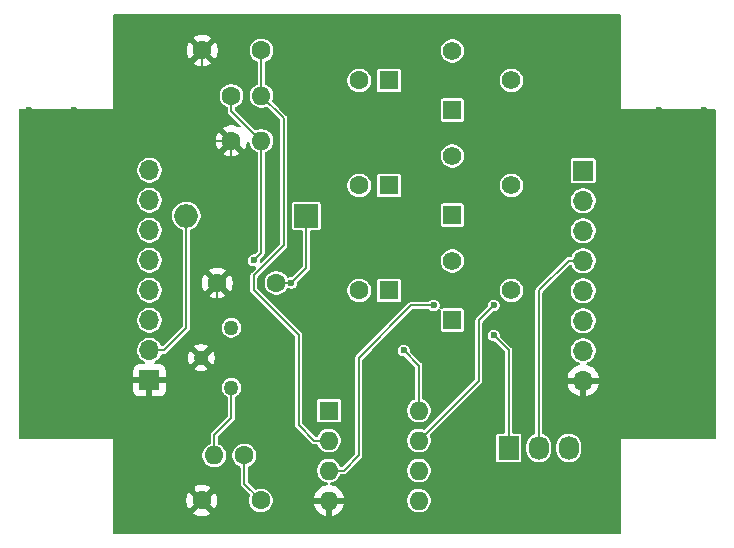
<source format=gbr>
%TF.GenerationSoftware,KiCad,Pcbnew,9.0.6*%
%TF.CreationDate,2026-01-11T11:59:37+09:00*%
%TF.ProjectId,SyncSeparator,53796e63-5365-4706-9172-61746f722e6b,rev?*%
%TF.SameCoordinates,Original*%
%TF.FileFunction,Copper,L1,Top*%
%TF.FilePolarity,Positive*%
%FSLAX46Y46*%
G04 Gerber Fmt 4.6, Leading zero omitted, Abs format (unit mm)*
G04 Created by KiCad (PCBNEW 9.0.6) date 2026-01-11 11:59:37*
%MOMM*%
%LPD*%
G01*
G04 APERTURE LIST*
%TA.AperFunction,ComponentPad*%
%ADD10C,1.600000*%
%TD*%
%TA.AperFunction,ComponentPad*%
%ADD11R,1.700000X1.700000*%
%TD*%
%TA.AperFunction,ComponentPad*%
%ADD12O,1.700000X1.700000*%
%TD*%
%TA.AperFunction,ComponentPad*%
%ADD13R,1.560000X1.560000*%
%TD*%
%TA.AperFunction,ComponentPad*%
%ADD14C,1.560000*%
%TD*%
%TA.AperFunction,ComponentPad*%
%ADD15C,1.260000*%
%TD*%
%TA.AperFunction,ComponentPad*%
%ADD16R,1.600000X1.600000*%
%TD*%
%TA.AperFunction,ComponentPad*%
%ADD17R,2.000000X2.000000*%
%TD*%
%TA.AperFunction,ComponentPad*%
%ADD18O,2.000000X2.000000*%
%TD*%
%TA.AperFunction,ComponentPad*%
%ADD19O,1.600000X1.600000*%
%TD*%
%TA.AperFunction,ComponentPad*%
%ADD20R,1.730000X2.030000*%
%TD*%
%TA.AperFunction,ComponentPad*%
%ADD21O,1.730000X2.030000*%
%TD*%
%TA.AperFunction,ViaPad*%
%ADD22C,0.600000*%
%TD*%
%TA.AperFunction,Conductor*%
%ADD23C,0.200000*%
%TD*%
G04 APERTURE END LIST*
D10*
%TO.P,C2,1*%
%TO.N,Net-(C2-Pad1)*%
X106045000Y-68580000D03*
%TO.P,C2,2*%
%TO.N,GND*%
X101045000Y-68580000D03*
%TD*%
D11*
%TO.P,J2,1,Pin_1*%
%TO.N,R_out*%
X133293000Y-78755000D03*
D12*
%TO.P,J2,2,Pin_2*%
%TO.N,G_out*%
X133293000Y-81295000D03*
%TO.P,J2,3,Pin_3*%
%TO.N,B_out*%
X133293000Y-83835000D03*
%TO.P,J2,4,Pin_4*%
%TO.N,Cs_out*%
X133293000Y-86375000D03*
%TO.P,J2,5,Pin_5*%
%TO.N,Hs_out*%
X133293000Y-88915000D03*
%TO.P,J2,6,Pin_6*%
%TO.N,Vs_out*%
X133293000Y-91455000D03*
%TO.P,J2,7,Pin_7*%
%TO.N,Net-(J2-Pad7)*%
X133293000Y-93995000D03*
%TO.P,J2,8,Pin_8*%
%TO.N,GND*%
X133293000Y-96535000D03*
%TD*%
D13*
%TO.P,RV2,1,1*%
%TO.N,Net-(RV2-Pad1)*%
X122220000Y-73620000D03*
D14*
%TO.P,RV2,2,2*%
%TO.N,R_out*%
X127220000Y-71120000D03*
%TO.P,RV2,3,3*%
%TO.N,unconnected-(RV2-Pad3)*%
X122220000Y-68620000D03*
%TD*%
D11*
%TO.P,J1,1,Pin_1*%
%TO.N,GND*%
X96577000Y-96505000D03*
D12*
%TO.P,J1,2,Pin_2*%
%TO.N,VCC*%
X96577000Y-93965000D03*
%TO.P,J1,3,Pin_3*%
%TO.N,unconnected-(J1-Pad3)*%
X96577000Y-91425000D03*
%TO.P,J1,4,Pin_4*%
%TO.N,unconnected-(J1-Pad4)*%
X96577000Y-88885000D03*
%TO.P,J1,5,Pin_5*%
%TO.N,Cs_in*%
X96577000Y-86345000D03*
%TO.P,J1,6,Pin_6*%
%TO.N,B_in*%
X96577000Y-83805000D03*
%TO.P,J1,7,Pin_7*%
%TO.N,G_in*%
X96577000Y-81265000D03*
%TO.P,J1,8,Pin_8*%
%TO.N,R_in*%
X96577000Y-78725000D03*
%TD*%
D15*
%TO.P,RV1,1,1*%
%TO.N,Net-(R3-Pad2)*%
X103505000Y-97140000D03*
%TO.P,RV1,2,2*%
%TO.N,GND*%
X100965000Y-94600000D03*
%TO.P,RV1,3,3*%
%TO.N,unconnected-(RV1-Pad3)*%
X103505000Y-92060000D03*
%TD*%
D16*
%TO.P,C4,1*%
%TO.N,Net-(RV2-Pad1)*%
X116840000Y-71120000D03*
D10*
%TO.P,C4,2*%
%TO.N,R_in*%
X114340000Y-71120000D03*
%TD*%
%TO.P,C1,1*%
%TO.N,Net-(J2-Pad7)*%
X107315000Y-88265000D03*
%TO.P,C1,2*%
%TO.N,GND*%
X102315000Y-88265000D03*
%TD*%
D17*
%TO.P,D1,1,K*%
%TO.N,Net-(J2-Pad7)*%
X109855000Y-82580000D03*
D18*
%TO.P,D1,2,A*%
%TO.N,VCC*%
X99695000Y-82580000D03*
%TD*%
D10*
%TO.P,R1,1*%
%TO.N,GND*%
X103505000Y-76240000D03*
D19*
%TO.P,R1,2*%
%TO.N,Cs_in*%
X106045000Y-76240000D03*
%TD*%
D10*
%TO.P,R2,1*%
%TO.N,Cs_in*%
X103505000Y-72430000D03*
D19*
%TO.P,R2,2*%
%TO.N,Net-(C2-Pad1)*%
X106045000Y-72430000D03*
%TD*%
D16*
%TO.P,C5,1*%
%TO.N,Net-(RV3-Pad1)*%
X116840000Y-80010000D03*
D10*
%TO.P,C5,2*%
%TO.N,G_in*%
X114340000Y-80010000D03*
%TD*%
D16*
%TO.P,C6,1*%
%TO.N,Net-(RV4-Pad1)*%
X116840000Y-88900000D03*
D10*
%TO.P,C6,2*%
%TO.N,B_in*%
X114340000Y-88900000D03*
%TD*%
D13*
%TO.P,RV4,1,1*%
%TO.N,Net-(RV4-Pad1)*%
X122220000Y-91400000D03*
D14*
%TO.P,RV4,2,2*%
%TO.N,B_out*%
X127220000Y-88900000D03*
%TO.P,RV4,3,3*%
%TO.N,unconnected-(RV4-Pad3)*%
X122220000Y-86400000D03*
%TD*%
D10*
%TO.P,R3,1*%
%TO.N,Net-(C3-Pad2)*%
X104590000Y-102870000D03*
D19*
%TO.P,R3,2*%
%TO.N,Net-(R3-Pad2)*%
X102050000Y-102870000D03*
%TD*%
D10*
%TO.P,C3,1*%
%TO.N,GND*%
X101005000Y-106680000D03*
%TO.P,C3,2*%
%TO.N,Net-(C3-Pad2)*%
X106005000Y-106680000D03*
%TD*%
D13*
%TO.P,RV3,1,1*%
%TO.N,Net-(RV3-Pad1)*%
X122220000Y-82510000D03*
D14*
%TO.P,RV3,2,2*%
%TO.N,G_out*%
X127220000Y-80010000D03*
%TO.P,RV3,3,3*%
%TO.N,unconnected-(RV3-Pad3)*%
X122220000Y-77510000D03*
%TD*%
D16*
%TO.P,U1,1,CSYNC_out*%
%TO.N,Net-(SW1-Pad3)*%
X111770000Y-99070000D03*
D19*
%TO.P,U1,2,CVIDEO_in*%
%TO.N,Net-(C2-Pad1)*%
X111770000Y-101610000D03*
%TO.P,U1,3,VSYNC_out*%
%TO.N,Vs_out*%
X111770000Y-104150000D03*
%TO.P,U1,4,GND*%
%TO.N,GND*%
X111770000Y-106690000D03*
%TO.P,U1,5,BURST_out*%
%TO.N,unconnected-(U1-Pad5)*%
X119390000Y-106690000D03*
%TO.P,U1,6,RSET*%
%TO.N,Net-(C3-Pad2)*%
X119390000Y-104150000D03*
%TO.P,U1,7,HSYNC_out*%
%TO.N,Hs_out*%
X119390000Y-101610000D03*
%TO.P,U1,8,VCC*%
%TO.N,Net-(J2-Pad7)*%
X119390000Y-99070000D03*
%TD*%
D20*
%TO.P,SW1,1,A*%
%TO.N,Cs_in*%
X127000000Y-102235000D03*
D21*
%TO.P,SW1,2,B*%
%TO.N,Cs_out*%
X129540000Y-102235000D03*
%TO.P,SW1,3,C*%
%TO.N,Net-(SW1-Pad3)*%
X132080000Y-102235000D03*
%TD*%
D22*
%TO.N,Net-(J2-Pad7)*%
X118110000Y-93980000D03*
X108585000Y-88265000D03*
%TO.N,GND*%
X132080000Y-77470000D03*
X86360000Y-100330000D03*
X132080000Y-105410000D03*
X128270000Y-69850000D03*
X97790000Y-66040000D03*
X124460000Y-109220000D03*
X116840000Y-66040000D03*
X109220000Y-69850000D03*
X93980000Y-96520000D03*
X135890000Y-81280000D03*
X90170000Y-81280000D03*
X132080000Y-73660000D03*
X139700000Y-92710000D03*
X101600000Y-66040000D03*
X135890000Y-85090000D03*
X116840000Y-109220000D03*
X101600000Y-77470000D03*
X93980000Y-85090000D03*
X97790000Y-109220000D03*
X113030000Y-109220000D03*
X116840000Y-100330000D03*
X135890000Y-88900000D03*
X135890000Y-105410000D03*
X124460000Y-105410000D03*
X139700000Y-96520000D03*
X101600000Y-96520000D03*
X143510000Y-96520000D03*
X120650000Y-85090000D03*
X90170000Y-100330000D03*
X90170000Y-92710000D03*
X124460000Y-100330000D03*
X120650000Y-66040000D03*
X101600000Y-92710000D03*
X128270000Y-73660000D03*
X135890000Y-73660000D03*
X124460000Y-88900000D03*
X135890000Y-92710000D03*
X93980000Y-81280000D03*
X86360000Y-88900000D03*
X90170000Y-85090000D03*
X143510000Y-88900000D03*
X97790000Y-105410000D03*
X100315000Y-96505000D03*
X139700000Y-100330000D03*
X124460000Y-77470000D03*
X132080000Y-69850000D03*
X93980000Y-77470000D03*
X93980000Y-92710000D03*
X86360000Y-92710000D03*
X101600000Y-109220000D03*
X101600000Y-100330000D03*
X86360000Y-96520000D03*
X105410000Y-96520000D03*
X90170000Y-96520000D03*
X124460000Y-81280000D03*
X113030000Y-66040000D03*
X139700000Y-85090000D03*
X132080000Y-109220000D03*
X90170000Y-73660000D03*
X143510000Y-73660000D03*
X120650000Y-81280000D03*
X101600000Y-81280000D03*
X86360000Y-81280000D03*
X120650000Y-69850000D03*
X86360000Y-77470000D03*
X120650000Y-105410000D03*
X139700000Y-77470000D03*
X139700000Y-81280000D03*
X105410000Y-92710000D03*
X128270000Y-109220000D03*
X124460000Y-69850000D03*
X128270000Y-92710000D03*
X120650000Y-88900000D03*
X139700000Y-88900000D03*
X86360000Y-73660000D03*
X135890000Y-69850000D03*
X135890000Y-100330000D03*
X128270000Y-100330000D03*
X116840000Y-73660000D03*
X93980000Y-88900000D03*
X143510000Y-81280000D03*
X143510000Y-100330000D03*
X97790000Y-77470000D03*
X93980000Y-105410000D03*
X135890000Y-66040000D03*
X120650000Y-96520000D03*
X109220000Y-77470000D03*
X143510000Y-85090000D03*
X113030000Y-96520000D03*
X97790000Y-73660000D03*
X97790000Y-69850000D03*
X132080000Y-66040000D03*
X105410000Y-66040000D03*
X93980000Y-69850000D03*
X139700000Y-73660000D03*
X135890000Y-96520000D03*
X93980000Y-109220000D03*
X124460000Y-66040000D03*
X105410000Y-109220000D03*
X128270000Y-105410000D03*
X128270000Y-96520000D03*
X109220000Y-109220000D03*
X109220000Y-73660000D03*
X90170000Y-77470000D03*
X132080000Y-100330000D03*
X124460000Y-85090000D03*
X93980000Y-73660000D03*
X124460000Y-73660000D03*
X135890000Y-77470000D03*
X116840000Y-85090000D03*
X128270000Y-66040000D03*
X93980000Y-66040000D03*
X86360000Y-85090000D03*
X120650000Y-109220000D03*
X135890000Y-109220000D03*
X105410000Y-100330000D03*
X116840000Y-77470000D03*
X93980000Y-100330000D03*
X143510000Y-77470000D03*
X109220000Y-66040000D03*
X143510000Y-92710000D03*
X90170000Y-88900000D03*
X120650000Y-77470000D03*
X116840000Y-96520000D03*
X97790000Y-100330000D03*
%TO.N,Cs_in*%
X125730000Y-92710000D03*
X105395000Y-86345000D03*
%TO.N,Hs_out*%
X125730000Y-90170000D03*
%TO.N,Vs_out*%
X120650000Y-90170000D03*
%TD*%
D23*
%TO.N,Net-(J2-Pad7)*%
X119390000Y-95260000D02*
X119390000Y-99070000D01*
X109855000Y-86995000D02*
X108585000Y-88265000D01*
X109855000Y-82580000D02*
X109855000Y-86995000D01*
X118110000Y-93980000D02*
X119390000Y-95260000D01*
X108585000Y-88265000D02*
X107315000Y-88265000D01*
%TO.N,GND*%
X103505000Y-87075000D02*
X102315000Y-88265000D01*
X102315000Y-93250000D02*
X100965000Y-94600000D01*
X103505000Y-76240000D02*
X103505000Y-87075000D01*
X103505000Y-76240000D02*
X101640000Y-76240000D01*
X100315000Y-96505000D02*
X100315000Y-105990000D01*
X101640000Y-76240000D02*
X101045000Y-75645000D01*
X102315000Y-88265000D02*
X102315000Y-93250000D01*
X100315000Y-105990000D02*
X101005000Y-106680000D01*
X101045000Y-75645000D02*
X101045000Y-68580000D01*
%TO.N,Net-(C2-Pad1)*%
X107950000Y-85090000D02*
X105410000Y-87630000D01*
X109220000Y-92710000D02*
X109220000Y-100330000D01*
X107950000Y-74335000D02*
X107950000Y-85090000D01*
X109220000Y-100330000D02*
X110500000Y-101610000D01*
X105410000Y-88900000D02*
X109220000Y-92710000D01*
X106045000Y-72430000D02*
X107950000Y-74335000D01*
X110500000Y-101610000D02*
X111770000Y-101610000D01*
X106045000Y-68580000D02*
X106045000Y-72430000D01*
X105410000Y-87630000D02*
X105410000Y-88900000D01*
%TO.N,Net-(C3-Pad2)*%
X104590000Y-105265000D02*
X106005000Y-106680000D01*
X104590000Y-102870000D02*
X104590000Y-105265000D01*
%TO.N,Cs_in*%
X106045000Y-76240000D02*
X103505000Y-73700000D01*
X125730000Y-92710000D02*
X127000000Y-93980000D01*
X103505000Y-72430000D02*
X103505000Y-73700000D01*
X106045000Y-85695000D02*
X106045000Y-76240000D01*
X105395000Y-86345000D02*
X106045000Y-85695000D01*
X127000000Y-93980000D02*
X127000000Y-102235000D01*
%TO.N,VCC*%
X99695000Y-92075000D02*
X99695000Y-82580000D01*
X96577000Y-93965000D02*
X97805000Y-93965000D01*
X97805000Y-93965000D02*
X99695000Y-92075000D01*
%TO.N,Cs_out*%
X132065000Y-86375000D02*
X129540000Y-88900000D01*
X129540000Y-88900000D02*
X129540000Y-102235000D01*
X133293000Y-86375000D02*
X132065000Y-86375000D01*
%TO.N,Hs_out*%
X119390000Y-101610000D02*
X124460000Y-96540000D01*
X124460000Y-96540000D02*
X124460000Y-91440000D01*
X124460000Y-91440000D02*
X125730000Y-90170000D01*
%TO.N,Vs_out*%
X114300000Y-102870000D02*
X114300000Y-94615000D01*
X114300000Y-94615000D02*
X118745000Y-90170000D01*
X111770000Y-104150000D02*
X113020000Y-104150000D01*
X118745000Y-90170000D02*
X120650000Y-90170000D01*
X113020000Y-104150000D02*
X114300000Y-102870000D01*
%TO.N,Net-(R3-Pad2)*%
X103505000Y-99695000D02*
X102050000Y-101150000D01*
X102050000Y-101150000D02*
X102050000Y-102870000D01*
X103505000Y-97140000D02*
X103505000Y-99695000D01*
%TD*%
%TA.AperFunction,Conductor*%
%TO.N,GND*%
G36*
X103204500Y-73739562D02*
G01*
X103214739Y-73777775D01*
X103224979Y-73815991D01*
X103229794Y-73824329D01*
X103229796Y-73824332D01*
X103264540Y-73884511D01*
X103264543Y-73884514D01*
X103264546Y-73884518D01*
X104261657Y-74881628D01*
X104295682Y-74943940D01*
X104290618Y-75014755D01*
X104248071Y-75071591D01*
X104181551Y-75096402D01*
X104115359Y-75082990D01*
X104007099Y-75027829D01*
X104007093Y-75027826D01*
X103811294Y-74964208D01*
X103811298Y-74964208D01*
X103607939Y-74932000D01*
X103402061Y-74932000D01*
X103198703Y-74964208D01*
X103002906Y-75027826D01*
X103002900Y-75027829D01*
X102819452Y-75121301D01*
X102776626Y-75152415D01*
X103464211Y-75840000D01*
X103452339Y-75840000D01*
X103350606Y-75867259D01*
X103259394Y-75919920D01*
X103184920Y-75994394D01*
X103132259Y-76085606D01*
X103105000Y-76187339D01*
X103105000Y-76199209D01*
X102417416Y-75511625D01*
X102386301Y-75554452D01*
X102292829Y-75737900D01*
X102292826Y-75737906D01*
X102229208Y-75933703D01*
X102197000Y-76137061D01*
X102197000Y-76342938D01*
X102229208Y-76546296D01*
X102292826Y-76742093D01*
X102292829Y-76742099D01*
X102386297Y-76925540D01*
X102386298Y-76925541D01*
X102417416Y-76968372D01*
X103105000Y-76280788D01*
X103105000Y-76292661D01*
X103132259Y-76394394D01*
X103184920Y-76485606D01*
X103259394Y-76560080D01*
X103350606Y-76612741D01*
X103452339Y-76640000D01*
X103464210Y-76640000D01*
X102776626Y-77327582D01*
X102776626Y-77327583D01*
X102819454Y-77358699D01*
X103002900Y-77452170D01*
X103002906Y-77452173D01*
X103198705Y-77515791D01*
X103198701Y-77515791D01*
X103402061Y-77548000D01*
X103607939Y-77548000D01*
X103811296Y-77515791D01*
X104007093Y-77452173D01*
X104007099Y-77452170D01*
X104190541Y-77358701D01*
X104233372Y-77327582D01*
X104233372Y-77327581D01*
X103545791Y-76640000D01*
X103557661Y-76640000D01*
X103659394Y-76612741D01*
X103750606Y-76560080D01*
X103825080Y-76485606D01*
X103877741Y-76394394D01*
X103905000Y-76292661D01*
X103905000Y-76280789D01*
X104592582Y-76968372D01*
X104623701Y-76925541D01*
X104717170Y-76742099D01*
X104717173Y-76742093D01*
X104780791Y-76546295D01*
X104805631Y-76389462D01*
X104836043Y-76325309D01*
X104896311Y-76287781D01*
X104967300Y-76288795D01*
X105026473Y-76328027D01*
X105053659Y-76384589D01*
X105068515Y-76459275D01*
X105082949Y-76531835D01*
X105158368Y-76713914D01*
X105267861Y-76877782D01*
X105407218Y-77017139D01*
X105571086Y-77126632D01*
X105666719Y-77166243D01*
X105721998Y-77210789D01*
X105744420Y-77278152D01*
X105744500Y-77282651D01*
X105744500Y-85518337D01*
X105724498Y-85586458D01*
X105707595Y-85607432D01*
X105507432Y-85807595D01*
X105445120Y-85841621D01*
X105418337Y-85844500D01*
X105329108Y-85844500D01*
X105260894Y-85862777D01*
X105201816Y-85878607D01*
X105201809Y-85878610D01*
X105087689Y-85944497D01*
X105087679Y-85944505D01*
X104994505Y-86037679D01*
X104994497Y-86037689D01*
X104928610Y-86151809D01*
X104928608Y-86151814D01*
X104894500Y-86279108D01*
X104894500Y-86410892D01*
X104915924Y-86490848D01*
X104928607Y-86538183D01*
X104928610Y-86538190D01*
X104994497Y-86652310D01*
X104994505Y-86652320D01*
X105087679Y-86745494D01*
X105087684Y-86745498D01*
X105087686Y-86745500D01*
X105201814Y-86811392D01*
X105329108Y-86845500D01*
X105329110Y-86845500D01*
X105465339Y-86845500D01*
X105533460Y-86865502D01*
X105579953Y-86919158D01*
X105590057Y-86989432D01*
X105560563Y-87054012D01*
X105554434Y-87060595D01*
X105225489Y-87389540D01*
X105197515Y-87417514D01*
X105169541Y-87445487D01*
X105169539Y-87445490D01*
X105129977Y-87514014D01*
X105109500Y-87590434D01*
X105109500Y-88939565D01*
X105129977Y-89015986D01*
X105129979Y-89015989D01*
X105131394Y-89018439D01*
X105131401Y-89018467D01*
X105131408Y-89018464D01*
X105169538Y-89084508D01*
X105169546Y-89084518D01*
X108882595Y-92797566D01*
X108916621Y-92859878D01*
X108919500Y-92886661D01*
X108919500Y-100369565D01*
X108939977Y-100445985D01*
X108939978Y-100445988D01*
X108939979Y-100445989D01*
X108979540Y-100514511D01*
X108979542Y-100514513D01*
X108979545Y-100514517D01*
X109965029Y-101500000D01*
X102350500Y-101500000D01*
X102350500Y-101326661D01*
X102370502Y-101258540D01*
X102387405Y-101237566D01*
X103745454Y-99879517D01*
X103745460Y-99879511D01*
X103785022Y-99810988D01*
X103805500Y-99734562D01*
X103805500Y-99655438D01*
X103805500Y-97998645D01*
X103825502Y-97930524D01*
X103879158Y-97884031D01*
X103883250Y-97882249D01*
X103898389Y-97875979D01*
X104034413Y-97785091D01*
X104150091Y-97669413D01*
X104240979Y-97533389D01*
X104303584Y-97382248D01*
X104335500Y-97221797D01*
X104335500Y-97058203D01*
X104303584Y-96897752D01*
X104240979Y-96746611D01*
X104150091Y-96610587D01*
X104034413Y-96494909D01*
X103898389Y-96404021D01*
X103747249Y-96341416D01*
X103586800Y-96309500D01*
X103586797Y-96309500D01*
X103423203Y-96309500D01*
X103423199Y-96309500D01*
X103262750Y-96341416D01*
X103262749Y-96341417D01*
X103111609Y-96404022D01*
X102975590Y-96494906D01*
X102975584Y-96494911D01*
X102859911Y-96610584D01*
X102859906Y-96610590D01*
X102769022Y-96746609D01*
X102706417Y-96897749D01*
X102706416Y-96897750D01*
X102674500Y-97058199D01*
X102674500Y-97221800D01*
X102706416Y-97382248D01*
X102769021Y-97533389D01*
X102859909Y-97669413D01*
X102975587Y-97785091D01*
X102975590Y-97785093D01*
X103111609Y-97875978D01*
X103111610Y-97875978D01*
X103111611Y-97875979D01*
X103126717Y-97882236D01*
X103181998Y-97926783D01*
X103204420Y-97994146D01*
X103204500Y-97998645D01*
X103204500Y-99518339D01*
X103184498Y-99586460D01*
X103167595Y-99607434D01*
X101865489Y-100909540D01*
X101837515Y-100937514D01*
X101809541Y-100965487D01*
X101809539Y-100965490D01*
X101769977Y-101034014D01*
X101749500Y-101110434D01*
X101749500Y-101500000D01*
X85626000Y-101500000D01*
X85557879Y-101479998D01*
X85511386Y-101426342D01*
X85500000Y-101374000D01*
X85500000Y-95606402D01*
X95219000Y-95606402D01*
X95219000Y-96251000D01*
X96146297Y-96251000D01*
X96111075Y-96312007D01*
X96077000Y-96439174D01*
X96077000Y-96570826D01*
X96111075Y-96697993D01*
X96146297Y-96759000D01*
X95219000Y-96759000D01*
X95219000Y-97403597D01*
X95225505Y-97464093D01*
X95276555Y-97600964D01*
X95276555Y-97600965D01*
X95364095Y-97717904D01*
X95481034Y-97805444D01*
X95617906Y-97856494D01*
X95678402Y-97862999D01*
X95678415Y-97863000D01*
X96323000Y-97863000D01*
X96323000Y-96935702D01*
X96384007Y-96970925D01*
X96511174Y-97005000D01*
X96642826Y-97005000D01*
X96769993Y-96970925D01*
X96831000Y-96935702D01*
X96831000Y-97863000D01*
X97475585Y-97863000D01*
X97475597Y-97862999D01*
X97536093Y-97856494D01*
X97672964Y-97805444D01*
X97672965Y-97805444D01*
X97789904Y-97717904D01*
X97877444Y-97600965D01*
X97877444Y-97600964D01*
X97928494Y-97464093D01*
X97934999Y-97403597D01*
X97935000Y-97403585D01*
X97935000Y-96759000D01*
X97007703Y-96759000D01*
X97042925Y-96697993D01*
X97077000Y-96570826D01*
X97077000Y-96439174D01*
X97042925Y-96312007D01*
X97007703Y-96251000D01*
X97935000Y-96251000D01*
X97935000Y-95606414D01*
X97934999Y-95606402D01*
X97930641Y-95565875D01*
X100358333Y-95565875D01*
X100358334Y-95565876D01*
X100368553Y-95573301D01*
X100368566Y-95573309D01*
X100528158Y-95654625D01*
X100528162Y-95654626D01*
X100698512Y-95709977D01*
X100875440Y-95738000D01*
X101054560Y-95738000D01*
X101231487Y-95709977D01*
X101401836Y-95654627D01*
X101561444Y-95573303D01*
X101571665Y-95565876D01*
X100965000Y-94959210D01*
X100964999Y-94959210D01*
X100358333Y-95565875D01*
X97930641Y-95565875D01*
X97928494Y-95545906D01*
X97877444Y-95409035D01*
X97877444Y-95409034D01*
X97789904Y-95292095D01*
X97672965Y-95204555D01*
X97536093Y-95153505D01*
X97475597Y-95147000D01*
X97101933Y-95147000D01*
X97033812Y-95126998D01*
X96987319Y-95073342D01*
X96977215Y-95003068D01*
X97006709Y-94938488D01*
X97053715Y-94904591D01*
X97074598Y-94895941D01*
X97246655Y-94780977D01*
X97392977Y-94634655D01*
X97475974Y-94510440D01*
X99827000Y-94510440D01*
X99827000Y-94689559D01*
X99855022Y-94866487D01*
X99910373Y-95036837D01*
X99910374Y-95036841D01*
X99991690Y-95196433D01*
X99991698Y-95196446D01*
X99999122Y-95206664D01*
X99999123Y-95206664D01*
X100605789Y-94599999D01*
X100559712Y-94553922D01*
X100615000Y-94553922D01*
X100615000Y-94646078D01*
X100638852Y-94735095D01*
X100684930Y-94814905D01*
X100750095Y-94880070D01*
X100829905Y-94926148D01*
X100918922Y-94950000D01*
X101011078Y-94950000D01*
X101100095Y-94926148D01*
X101179905Y-94880070D01*
X101245070Y-94814905D01*
X101291148Y-94735095D01*
X101315000Y-94646078D01*
X101315000Y-94599999D01*
X101324210Y-94599999D01*
X101930876Y-95206664D01*
X101938303Y-95196444D01*
X102019627Y-95036836D01*
X102074977Y-94866487D01*
X102103000Y-94689559D01*
X102103000Y-94510440D01*
X102074977Y-94333512D01*
X102019626Y-94163162D01*
X102019625Y-94163158D01*
X101938309Y-94003566D01*
X101938301Y-94003553D01*
X101930876Y-93993334D01*
X101930875Y-93993333D01*
X101324210Y-94599999D01*
X101315000Y-94599999D01*
X101315000Y-94553922D01*
X101291148Y-94464905D01*
X101245070Y-94385095D01*
X101179905Y-94319930D01*
X101100095Y-94273852D01*
X101011078Y-94250000D01*
X100918922Y-94250000D01*
X100829905Y-94273852D01*
X100750095Y-94319930D01*
X100684930Y-94385095D01*
X100638852Y-94464905D01*
X100615000Y-94553922D01*
X100559712Y-94553922D01*
X99999124Y-93993334D01*
X99999122Y-93993334D01*
X99991693Y-94003559D01*
X99910374Y-94163158D01*
X99910373Y-94163162D01*
X99855022Y-94333512D01*
X99827000Y-94510440D01*
X97475974Y-94510440D01*
X97507941Y-94462598D01*
X97557364Y-94343280D01*
X97601913Y-94288001D01*
X97669276Y-94265580D01*
X97673773Y-94265500D01*
X97844562Y-94265500D01*
X97920989Y-94245021D01*
X97989511Y-94205460D01*
X98045460Y-94149511D01*
X98560849Y-93634122D01*
X100358334Y-93634122D01*
X100358334Y-93634124D01*
X100964999Y-94240789D01*
X100965000Y-94240789D01*
X101571664Y-93634123D01*
X101571664Y-93634122D01*
X101561446Y-93626698D01*
X101561433Y-93626690D01*
X101401841Y-93545374D01*
X101401837Y-93545373D01*
X101231487Y-93490022D01*
X101054560Y-93462000D01*
X100875440Y-93462000D01*
X100698512Y-93490022D01*
X100528162Y-93545373D01*
X100528158Y-93545374D01*
X100368559Y-93626693D01*
X100358334Y-93634122D01*
X98560849Y-93634122D01*
X99935460Y-92259511D01*
X99975022Y-92190988D01*
X99995500Y-92114562D01*
X99995500Y-92035438D01*
X99995500Y-91978199D01*
X102674500Y-91978199D01*
X102674500Y-92141800D01*
X102706416Y-92302248D01*
X102769021Y-92453389D01*
X102783795Y-92475500D01*
X102817198Y-92525492D01*
X102859909Y-92589413D01*
X102975587Y-92705091D01*
X103111611Y-92795979D01*
X103262752Y-92858584D01*
X103423203Y-92890500D01*
X103586797Y-92890500D01*
X103747248Y-92858584D01*
X103898389Y-92795979D01*
X104034413Y-92705091D01*
X104150091Y-92589413D01*
X104240979Y-92453389D01*
X104303584Y-92302248D01*
X104335500Y-92141797D01*
X104335500Y-91978203D01*
X104303584Y-91817752D01*
X104240979Y-91666611D01*
X104150091Y-91530587D01*
X104034413Y-91414909D01*
X103898389Y-91324021D01*
X103747249Y-91261416D01*
X103586800Y-91229500D01*
X103586797Y-91229500D01*
X103423203Y-91229500D01*
X103423199Y-91229500D01*
X103262750Y-91261416D01*
X103262749Y-91261417D01*
X103174211Y-91298091D01*
X103111636Y-91324011D01*
X103111609Y-91324022D01*
X102975590Y-91414906D01*
X102975584Y-91414911D01*
X102859911Y-91530584D01*
X102859906Y-91530590D01*
X102769022Y-91666609D01*
X102706417Y-91817749D01*
X102706416Y-91817750D01*
X102674500Y-91978199D01*
X99995500Y-91978199D01*
X99995500Y-88162061D01*
X101007000Y-88162061D01*
X101007000Y-88367938D01*
X101039208Y-88571296D01*
X101102826Y-88767093D01*
X101102829Y-88767099D01*
X101196297Y-88950540D01*
X101196298Y-88950541D01*
X101227416Y-88993372D01*
X101915000Y-88305788D01*
X101915000Y-88317661D01*
X101942259Y-88419394D01*
X101994920Y-88510606D01*
X102069394Y-88585080D01*
X102160606Y-88637741D01*
X102262339Y-88665000D01*
X102274210Y-88665000D01*
X101586626Y-89352582D01*
X101586626Y-89352583D01*
X101629454Y-89383699D01*
X101812900Y-89477170D01*
X101812906Y-89477173D01*
X102008705Y-89540791D01*
X102008701Y-89540791D01*
X102212061Y-89573000D01*
X102417939Y-89573000D01*
X102621296Y-89540791D01*
X102817093Y-89477173D01*
X102817099Y-89477170D01*
X103000541Y-89383701D01*
X103043372Y-89352582D01*
X103043372Y-89352581D01*
X102355791Y-88665000D01*
X102367661Y-88665000D01*
X102469394Y-88637741D01*
X102560606Y-88585080D01*
X102635080Y-88510606D01*
X102687741Y-88419394D01*
X102715000Y-88317661D01*
X102715000Y-88305791D01*
X103402581Y-88993372D01*
X103402582Y-88993372D01*
X103433701Y-88950541D01*
X103527170Y-88767099D01*
X103527173Y-88767093D01*
X103590791Y-88571296D01*
X103623000Y-88367938D01*
X103623000Y-88162061D01*
X103590791Y-87958703D01*
X103527173Y-87762906D01*
X103527170Y-87762900D01*
X103433699Y-87579454D01*
X103402583Y-87536626D01*
X103402582Y-87536626D01*
X102715000Y-88224208D01*
X102715000Y-88212339D01*
X102687741Y-88110606D01*
X102635080Y-88019394D01*
X102560606Y-87944920D01*
X102469394Y-87892259D01*
X102367661Y-87865000D01*
X102355790Y-87865000D01*
X103043372Y-87177416D01*
X103000541Y-87146298D01*
X103000540Y-87146297D01*
X102817099Y-87052829D01*
X102817093Y-87052826D01*
X102621294Y-86989208D01*
X102621298Y-86989208D01*
X102417939Y-86957000D01*
X102212061Y-86957000D01*
X102008703Y-86989208D01*
X101812906Y-87052826D01*
X101812900Y-87052829D01*
X101629452Y-87146301D01*
X101586625Y-87177416D01*
X102274209Y-87865000D01*
X102262339Y-87865000D01*
X102160606Y-87892259D01*
X102069394Y-87944920D01*
X101994920Y-88019394D01*
X101942259Y-88110606D01*
X101915000Y-88212339D01*
X101915000Y-88224209D01*
X101227416Y-87536625D01*
X101196301Y-87579452D01*
X101102829Y-87762900D01*
X101102826Y-87762906D01*
X101039208Y-87958703D01*
X101007000Y-88162061D01*
X99995500Y-88162061D01*
X99995500Y-83836186D01*
X100015502Y-83768065D01*
X100069158Y-83721572D01*
X100082560Y-83716354D01*
X100155832Y-83692547D01*
X100324199Y-83606760D01*
X100477073Y-83495690D01*
X100610690Y-83362073D01*
X100721760Y-83209199D01*
X100807547Y-83040832D01*
X100865940Y-82861118D01*
X100895500Y-82674481D01*
X100895500Y-82485519D01*
X100865940Y-82298882D01*
X100807547Y-82119168D01*
X100721760Y-81950801D01*
X100610690Y-81797927D01*
X100610688Y-81797924D01*
X100477075Y-81664311D01*
X100324202Y-81553242D01*
X100324201Y-81553241D01*
X100324199Y-81553240D01*
X100155832Y-81467453D01*
X100155831Y-81467452D01*
X100155828Y-81467451D01*
X99976123Y-81409061D01*
X99976119Y-81409060D01*
X99976118Y-81409060D01*
X99789481Y-81379500D01*
X99600519Y-81379500D01*
X99413882Y-81409060D01*
X99413876Y-81409061D01*
X99234171Y-81467451D01*
X99065797Y-81553242D01*
X98912924Y-81664311D01*
X98779311Y-81797924D01*
X98668242Y-81950797D01*
X98582451Y-82119171D01*
X98524061Y-82298876D01*
X98524060Y-82298881D01*
X98524060Y-82298882D01*
X98494500Y-82485519D01*
X98494500Y-82674481D01*
X98524060Y-82861118D01*
X98524061Y-82861123D01*
X98582451Y-83040828D01*
X98582452Y-83040831D01*
X98582453Y-83040832D01*
X98645895Y-83165345D01*
X98668242Y-83209202D01*
X98779311Y-83362075D01*
X98912924Y-83495688D01*
X98958196Y-83528580D01*
X99065801Y-83606760D01*
X99234168Y-83692547D01*
X99307436Y-83716353D01*
X99366042Y-83756427D01*
X99393679Y-83821823D01*
X99394500Y-83836186D01*
X99394500Y-91898339D01*
X99374498Y-91966460D01*
X99357595Y-91987434D01*
X97749560Y-93595468D01*
X97687248Y-93629494D01*
X97616432Y-93624429D01*
X97559597Y-93581882D01*
X97544056Y-93554591D01*
X97527080Y-93513608D01*
X97507941Y-93467402D01*
X97392977Y-93295345D01*
X97392975Y-93295343D01*
X97392970Y-93295337D01*
X97246662Y-93149029D01*
X97246656Y-93149024D01*
X97246655Y-93149023D01*
X97074598Y-93034059D01*
X96883420Y-92954870D01*
X96680467Y-92914500D01*
X96680465Y-92914500D01*
X96473535Y-92914500D01*
X96473532Y-92914500D01*
X96270579Y-92954870D01*
X96270574Y-92954872D01*
X96079402Y-93034059D01*
X95907343Y-93149024D01*
X95907337Y-93149029D01*
X95761029Y-93295337D01*
X95761024Y-93295343D01*
X95646059Y-93467402D01*
X95566872Y-93658574D01*
X95566870Y-93658579D01*
X95526500Y-93861532D01*
X95526500Y-94068467D01*
X95547330Y-94173186D01*
X95566870Y-94271420D01*
X95646059Y-94462598D01*
X95721456Y-94575438D01*
X95761024Y-94634656D01*
X95761029Y-94634662D01*
X95907337Y-94780970D01*
X95907343Y-94780975D01*
X95907345Y-94780977D01*
X96079402Y-94895941D01*
X96100285Y-94904591D01*
X96155566Y-94949140D01*
X96177987Y-95016503D01*
X96160429Y-95085294D01*
X96108466Y-95133673D01*
X96052067Y-95147000D01*
X95678402Y-95147000D01*
X95617906Y-95153505D01*
X95481035Y-95204555D01*
X95481034Y-95204555D01*
X95364095Y-95292095D01*
X95276555Y-95409034D01*
X95276555Y-95409035D01*
X95225505Y-95545906D01*
X95219000Y-95606402D01*
X85500000Y-95606402D01*
X85500000Y-91321532D01*
X95526500Y-91321532D01*
X95526500Y-91528467D01*
X95533662Y-91564471D01*
X95566870Y-91731420D01*
X95646059Y-91922598D01*
X95683213Y-91978203D01*
X95761024Y-92094656D01*
X95761029Y-92094662D01*
X95907337Y-92240970D01*
X95907343Y-92240975D01*
X95907345Y-92240977D01*
X96079402Y-92355941D01*
X96270580Y-92435130D01*
X96473535Y-92475500D01*
X96473536Y-92475500D01*
X96680464Y-92475500D01*
X96680465Y-92475500D01*
X96883420Y-92435130D01*
X97074598Y-92355941D01*
X97246655Y-92240977D01*
X97392977Y-92094655D01*
X97507941Y-91922598D01*
X97587130Y-91731420D01*
X97627500Y-91528465D01*
X97627500Y-91321535D01*
X97587130Y-91118580D01*
X97507941Y-90927402D01*
X97392977Y-90755345D01*
X97392975Y-90755343D01*
X97392970Y-90755337D01*
X97246662Y-90609029D01*
X97246656Y-90609024D01*
X97246655Y-90609023D01*
X97074598Y-90494059D01*
X96883420Y-90414870D01*
X96855352Y-90409287D01*
X96680467Y-90374500D01*
X96680465Y-90374500D01*
X96473535Y-90374500D01*
X96473532Y-90374500D01*
X96270579Y-90414870D01*
X96270574Y-90414872D01*
X96079402Y-90494059D01*
X95907343Y-90609024D01*
X95907337Y-90609029D01*
X95761029Y-90755337D01*
X95761024Y-90755343D01*
X95646059Y-90927402D01*
X95566872Y-91118574D01*
X95566870Y-91118579D01*
X95526500Y-91321532D01*
X85500000Y-91321532D01*
X85500000Y-88781532D01*
X95526500Y-88781532D01*
X95526500Y-88988467D01*
X95558956Y-89151632D01*
X95566870Y-89191420D01*
X95646059Y-89382598D01*
X95761023Y-89554655D01*
X95761024Y-89554656D01*
X95761029Y-89554662D01*
X95907337Y-89700970D01*
X95907343Y-89700975D01*
X95907345Y-89700977D01*
X96079402Y-89815941D01*
X96270580Y-89895130D01*
X96473535Y-89935500D01*
X96473536Y-89935500D01*
X96680464Y-89935500D01*
X96680465Y-89935500D01*
X96883420Y-89895130D01*
X97074598Y-89815941D01*
X97246655Y-89700977D01*
X97392977Y-89554655D01*
X97507941Y-89382598D01*
X97587130Y-89191420D01*
X97627500Y-88988465D01*
X97627500Y-88781535D01*
X97587130Y-88578580D01*
X97507941Y-88387402D01*
X97392977Y-88215345D01*
X97392975Y-88215343D01*
X97392970Y-88215337D01*
X97246662Y-88069029D01*
X97246656Y-88069024D01*
X97246655Y-88069023D01*
X97074598Y-87954059D01*
X96883420Y-87874870D01*
X96833800Y-87865000D01*
X96680467Y-87834500D01*
X96680465Y-87834500D01*
X96473535Y-87834500D01*
X96473532Y-87834500D01*
X96270579Y-87874870D01*
X96270574Y-87874872D01*
X96079402Y-87954059D01*
X95907343Y-88069024D01*
X95907337Y-88069029D01*
X95761029Y-88215337D01*
X95761024Y-88215343D01*
X95646059Y-88387402D01*
X95566872Y-88578574D01*
X95566870Y-88578579D01*
X95526500Y-88781532D01*
X85500000Y-88781532D01*
X85500000Y-86241532D01*
X95526500Y-86241532D01*
X95526500Y-86448467D01*
X95566870Y-86651420D01*
X95646059Y-86842598D01*
X95744020Y-86989208D01*
X95761024Y-87014656D01*
X95761029Y-87014662D01*
X95907337Y-87160970D01*
X95907343Y-87160975D01*
X95907345Y-87160977D01*
X96079402Y-87275941D01*
X96270580Y-87355130D01*
X96473535Y-87395500D01*
X96473536Y-87395500D01*
X96680464Y-87395500D01*
X96680465Y-87395500D01*
X96883420Y-87355130D01*
X97074598Y-87275941D01*
X97246655Y-87160977D01*
X97392977Y-87014655D01*
X97507941Y-86842598D01*
X97587130Y-86651420D01*
X97627500Y-86448465D01*
X97627500Y-86241535D01*
X97587130Y-86038580D01*
X97507941Y-85847402D01*
X97392977Y-85675345D01*
X97392975Y-85675343D01*
X97392970Y-85675337D01*
X97246662Y-85529029D01*
X97246656Y-85529024D01*
X97230662Y-85518337D01*
X97074598Y-85414059D01*
X96883420Y-85334870D01*
X96680467Y-85294500D01*
X96680465Y-85294500D01*
X96473535Y-85294500D01*
X96473532Y-85294500D01*
X96270579Y-85334870D01*
X96270574Y-85334872D01*
X96079402Y-85414059D01*
X95907343Y-85529024D01*
X95907337Y-85529029D01*
X95761029Y-85675337D01*
X95761024Y-85675343D01*
X95646059Y-85847402D01*
X95566872Y-86038574D01*
X95566870Y-86038579D01*
X95526500Y-86241532D01*
X85500000Y-86241532D01*
X85500000Y-83701532D01*
X95526500Y-83701532D01*
X95526500Y-83908467D01*
X95566870Y-84111420D01*
X95646059Y-84302598D01*
X95761023Y-84474655D01*
X95761024Y-84474656D01*
X95761029Y-84474662D01*
X95907337Y-84620970D01*
X95907343Y-84620975D01*
X95907345Y-84620977D01*
X96079402Y-84735941D01*
X96270580Y-84815130D01*
X96473535Y-84855500D01*
X96473536Y-84855500D01*
X96680464Y-84855500D01*
X96680465Y-84855500D01*
X96883420Y-84815130D01*
X97074598Y-84735941D01*
X97246655Y-84620977D01*
X97392977Y-84474655D01*
X97507941Y-84302598D01*
X97587130Y-84111420D01*
X97627500Y-83908465D01*
X97627500Y-83701535D01*
X97587130Y-83498580D01*
X97507941Y-83307402D01*
X97392977Y-83135345D01*
X97392975Y-83135343D01*
X97392970Y-83135337D01*
X97246662Y-82989029D01*
X97246656Y-82989024D01*
X97119496Y-82904059D01*
X97074598Y-82874059D01*
X96883420Y-82794870D01*
X96680467Y-82754500D01*
X96680465Y-82754500D01*
X96473535Y-82754500D01*
X96473532Y-82754500D01*
X96270579Y-82794870D01*
X96270574Y-82794872D01*
X96079402Y-82874059D01*
X95907343Y-82989024D01*
X95907337Y-82989029D01*
X95761029Y-83135337D01*
X95761024Y-83135343D01*
X95646059Y-83307402D01*
X95566872Y-83498574D01*
X95566870Y-83498579D01*
X95526500Y-83701532D01*
X85500000Y-83701532D01*
X85500000Y-81161532D01*
X95526500Y-81161532D01*
X95526500Y-81368467D01*
X95546189Y-81467451D01*
X95566870Y-81571420D01*
X95646059Y-81762598D01*
X95761023Y-81934655D01*
X95761024Y-81934656D01*
X95761029Y-81934662D01*
X95907337Y-82080970D01*
X95907343Y-82080975D01*
X95907345Y-82080977D01*
X96079402Y-82195941D01*
X96270580Y-82275130D01*
X96473535Y-82315500D01*
X96473536Y-82315500D01*
X96680464Y-82315500D01*
X96680465Y-82315500D01*
X96883420Y-82275130D01*
X97074598Y-82195941D01*
X97246655Y-82080977D01*
X97392977Y-81934655D01*
X97507941Y-81762598D01*
X97587130Y-81571420D01*
X97627500Y-81368465D01*
X97627500Y-81161535D01*
X97587130Y-80958580D01*
X97507941Y-80767402D01*
X97392977Y-80595345D01*
X97392975Y-80595343D01*
X97392970Y-80595337D01*
X97246662Y-80449029D01*
X97246656Y-80449024D01*
X97119496Y-80364059D01*
X97074598Y-80334059D01*
X96883420Y-80254870D01*
X96680467Y-80214500D01*
X96680465Y-80214500D01*
X96473535Y-80214500D01*
X96473532Y-80214500D01*
X96270579Y-80254870D01*
X96270574Y-80254872D01*
X96079402Y-80334059D01*
X95907343Y-80449024D01*
X95907337Y-80449029D01*
X95761029Y-80595337D01*
X95761024Y-80595343D01*
X95646059Y-80767402D01*
X95566872Y-80958574D01*
X95566870Y-80958579D01*
X95526500Y-81161532D01*
X85500000Y-81161532D01*
X85500000Y-78621532D01*
X95526500Y-78621532D01*
X95526500Y-78621535D01*
X95526500Y-78828465D01*
X95566870Y-79031420D01*
X95646059Y-79222598D01*
X95761023Y-79394655D01*
X95761024Y-79394656D01*
X95761029Y-79394662D01*
X95907337Y-79540970D01*
X95907343Y-79540975D01*
X95907345Y-79540977D01*
X96079402Y-79655941D01*
X96270580Y-79735130D01*
X96473535Y-79775500D01*
X96473536Y-79775500D01*
X96680464Y-79775500D01*
X96680465Y-79775500D01*
X96883420Y-79735130D01*
X97074598Y-79655941D01*
X97246655Y-79540977D01*
X97392977Y-79394655D01*
X97507941Y-79222598D01*
X97587130Y-79031420D01*
X97627500Y-78828465D01*
X97627500Y-78621535D01*
X97587130Y-78418580D01*
X97507941Y-78227402D01*
X97392977Y-78055345D01*
X97392975Y-78055343D01*
X97392970Y-78055337D01*
X97246662Y-77909029D01*
X97246656Y-77909024D01*
X97211080Y-77885253D01*
X97074598Y-77794059D01*
X96883420Y-77714870D01*
X96680467Y-77674500D01*
X96680465Y-77674500D01*
X96473535Y-77674500D01*
X96473532Y-77674500D01*
X96270579Y-77714870D01*
X96270574Y-77714872D01*
X96079402Y-77794059D01*
X95907343Y-77909024D01*
X95907337Y-77909029D01*
X95761029Y-78055337D01*
X95761024Y-78055343D01*
X95646059Y-78227402D01*
X95566872Y-78418574D01*
X95566870Y-78418579D01*
X95526500Y-78621532D01*
X85500000Y-78621532D01*
X85500000Y-73626000D01*
X85520002Y-73557879D01*
X85573658Y-73511386D01*
X85626000Y-73500000D01*
X93500000Y-73500000D01*
X103204500Y-73500000D01*
X103204500Y-73739562D01*
G37*
%TD.AperFunction*%
%TA.AperFunction,Conductor*%
G36*
X121239500Y-74419750D02*
G01*
X121240060Y-74422566D01*
X121251133Y-74478231D01*
X121295448Y-74544552D01*
X121361769Y-74588867D01*
X121420252Y-74600500D01*
X121420253Y-74600500D01*
X123019747Y-74600500D01*
X123019748Y-74600500D01*
X123078231Y-74588867D01*
X123144552Y-74544552D01*
X123188867Y-74478231D01*
X123200500Y-74419748D01*
X123200500Y-73500000D01*
X136500000Y-73500000D01*
X144374000Y-73500000D01*
X144442121Y-73520002D01*
X144488614Y-73573658D01*
X144500000Y-73626000D01*
X144500000Y-101374000D01*
X144479998Y-101442121D01*
X144426342Y-101488614D01*
X144374000Y-101500000D01*
X132970581Y-101500000D01*
X132907628Y-101405784D01*
X132907626Y-101405782D01*
X132907621Y-101405776D01*
X132759223Y-101257378D01*
X132759217Y-101257373D01*
X132720822Y-101231718D01*
X132584703Y-101140767D01*
X132390796Y-101060447D01*
X132184946Y-101019500D01*
X132184943Y-101019500D01*
X131975057Y-101019500D01*
X131975053Y-101019500D01*
X131769203Y-101060447D01*
X131769202Y-101060448D01*
X131701593Y-101088453D01*
X131586601Y-101136085D01*
X131575295Y-101140768D01*
X131400782Y-101257373D01*
X131400776Y-101257378D01*
X131252378Y-101405776D01*
X131252373Y-101405782D01*
X131189419Y-101500000D01*
X130430581Y-101500000D01*
X130367628Y-101405784D01*
X130367626Y-101405782D01*
X130367621Y-101405776D01*
X130219223Y-101257378D01*
X130219217Y-101257373D01*
X130180822Y-101231718D01*
X130044703Y-101140767D01*
X129918280Y-101088400D01*
X129863001Y-101043852D01*
X129840580Y-100976489D01*
X129840500Y-100971992D01*
X129840500Y-96281000D01*
X131958302Y-96281000D01*
X132862297Y-96281000D01*
X132827075Y-96342007D01*
X132793000Y-96469174D01*
X132793000Y-96600826D01*
X132827075Y-96727993D01*
X132862297Y-96789000D01*
X131958302Y-96789000D01*
X131968440Y-96853004D01*
X132034490Y-97056286D01*
X132034493Y-97056292D01*
X132131536Y-97246750D01*
X132257177Y-97419679D01*
X132408320Y-97570822D01*
X132581249Y-97696463D01*
X132771707Y-97793506D01*
X132771713Y-97793509D01*
X132974998Y-97859560D01*
X133039000Y-97869696D01*
X133039000Y-96965702D01*
X133100007Y-97000925D01*
X133227174Y-97035000D01*
X133358826Y-97035000D01*
X133485993Y-97000925D01*
X133547000Y-96965702D01*
X133547000Y-97869696D01*
X133611001Y-97859560D01*
X133814286Y-97793509D01*
X133814292Y-97793506D01*
X134004750Y-97696463D01*
X134177679Y-97570822D01*
X134328822Y-97419679D01*
X134454463Y-97246750D01*
X134551506Y-97056292D01*
X134551509Y-97056286D01*
X134617559Y-96853004D01*
X134627698Y-96789000D01*
X133723703Y-96789000D01*
X133758925Y-96727993D01*
X133793000Y-96600826D01*
X133793000Y-96469174D01*
X133758925Y-96342007D01*
X133723703Y-96281000D01*
X134627697Y-96281000D01*
X134617559Y-96216995D01*
X134551509Y-96013713D01*
X134551506Y-96013707D01*
X134454463Y-95823249D01*
X134328822Y-95650320D01*
X134177679Y-95499177D01*
X134004750Y-95373536D01*
X133814292Y-95276493D01*
X133814286Y-95276490D01*
X133651562Y-95223618D01*
X133592956Y-95183544D01*
X133565319Y-95118148D01*
X133577426Y-95048191D01*
X133625432Y-94995885D01*
X133642272Y-94987379D01*
X133790598Y-94925941D01*
X133962655Y-94810977D01*
X134108977Y-94664655D01*
X134223941Y-94492598D01*
X134303130Y-94301420D01*
X134343500Y-94098465D01*
X134343500Y-93891535D01*
X134303130Y-93688580D01*
X134223941Y-93497402D01*
X134108977Y-93325345D01*
X134108975Y-93325343D01*
X134108970Y-93325337D01*
X133962662Y-93179029D01*
X133962656Y-93179024D01*
X133958717Y-93176392D01*
X133790598Y-93064059D01*
X133599420Y-92984870D01*
X133396467Y-92944500D01*
X133396465Y-92944500D01*
X133189535Y-92944500D01*
X133189532Y-92944500D01*
X132986579Y-92984870D01*
X132986574Y-92984872D01*
X132795402Y-93064059D01*
X132623343Y-93179024D01*
X132623337Y-93179029D01*
X132477029Y-93325337D01*
X132477024Y-93325343D01*
X132362059Y-93497402D01*
X132282872Y-93688574D01*
X132282870Y-93688579D01*
X132242500Y-93891532D01*
X132242500Y-94098467D01*
X132263782Y-94205458D01*
X132282870Y-94301420D01*
X132362059Y-94492598D01*
X132477023Y-94664655D01*
X132477024Y-94664656D01*
X132477029Y-94664662D01*
X132623337Y-94810970D01*
X132623343Y-94810975D01*
X132623345Y-94810977D01*
X132795402Y-94925941D01*
X132943719Y-94987376D01*
X132999000Y-95031924D01*
X133021421Y-95099288D01*
X133003863Y-95168079D01*
X132951901Y-95216457D01*
X132934438Y-95223618D01*
X132771710Y-95276492D01*
X132771707Y-95276493D01*
X132581249Y-95373536D01*
X132408320Y-95499177D01*
X132257177Y-95650320D01*
X132131536Y-95823249D01*
X132034493Y-96013707D01*
X132034490Y-96013713D01*
X131968440Y-96216995D01*
X131958302Y-96281000D01*
X129840500Y-96281000D01*
X129840500Y-91351532D01*
X132242500Y-91351532D01*
X132242500Y-91558467D01*
X132254076Y-91616661D01*
X132282870Y-91761420D01*
X132362059Y-91952598D01*
X132470278Y-92114560D01*
X132477024Y-92124656D01*
X132477029Y-92124662D01*
X132623337Y-92270970D01*
X132623343Y-92270975D01*
X132623345Y-92270977D01*
X132795402Y-92385941D01*
X132986580Y-92465130D01*
X133189535Y-92505500D01*
X133189536Y-92505500D01*
X133396464Y-92505500D01*
X133396465Y-92505500D01*
X133599420Y-92465130D01*
X133790598Y-92385941D01*
X133962655Y-92270977D01*
X134108977Y-92124655D01*
X134223941Y-91952598D01*
X134303130Y-91761420D01*
X134343500Y-91558465D01*
X134343500Y-91351535D01*
X134303130Y-91148580D01*
X134223941Y-90957402D01*
X134108977Y-90785345D01*
X134108975Y-90785343D01*
X134108970Y-90785337D01*
X133962662Y-90639029D01*
X133962656Y-90639024D01*
X133958717Y-90636392D01*
X133790598Y-90524059D01*
X133599420Y-90444870D01*
X133396467Y-90404500D01*
X133396465Y-90404500D01*
X133189535Y-90404500D01*
X133189532Y-90404500D01*
X132986579Y-90444870D01*
X132986574Y-90444872D01*
X132795402Y-90524059D01*
X132623343Y-90639024D01*
X132623337Y-90639029D01*
X132477029Y-90785337D01*
X132477024Y-90785343D01*
X132362059Y-90957402D01*
X132282872Y-91148574D01*
X132282870Y-91148579D01*
X132242500Y-91351532D01*
X129840500Y-91351532D01*
X129840500Y-89076661D01*
X129860502Y-89008540D01*
X129877405Y-88987566D01*
X130053439Y-88811532D01*
X132242500Y-88811532D01*
X132242500Y-88811535D01*
X132242500Y-89018465D01*
X132282870Y-89221420D01*
X132362059Y-89412598D01*
X132477023Y-89584655D01*
X132477024Y-89584656D01*
X132477029Y-89584662D01*
X132623337Y-89730970D01*
X132623343Y-89730975D01*
X132623345Y-89730977D01*
X132795402Y-89845941D01*
X132986580Y-89925130D01*
X133189535Y-89965500D01*
X133189536Y-89965500D01*
X133396464Y-89965500D01*
X133396465Y-89965500D01*
X133599420Y-89925130D01*
X133790598Y-89845941D01*
X133962655Y-89730977D01*
X134108977Y-89584655D01*
X134223941Y-89412598D01*
X134303130Y-89221420D01*
X134343500Y-89018465D01*
X134343500Y-88811535D01*
X134303130Y-88608580D01*
X134223941Y-88417402D01*
X134108977Y-88245345D01*
X134108975Y-88245343D01*
X134108970Y-88245337D01*
X133962662Y-88099029D01*
X133962656Y-88099024D01*
X133962655Y-88099023D01*
X133790598Y-87984059D01*
X133599420Y-87904870D01*
X133572423Y-87899500D01*
X133396467Y-87864500D01*
X133396465Y-87864500D01*
X133189535Y-87864500D01*
X133189532Y-87864500D01*
X132986579Y-87904870D01*
X132986574Y-87904872D01*
X132795402Y-87984059D01*
X132623343Y-88099024D01*
X132623337Y-88099029D01*
X132477029Y-88245337D01*
X132477024Y-88245343D01*
X132362059Y-88417402D01*
X132282872Y-88608574D01*
X132282870Y-88608579D01*
X132242500Y-88811532D01*
X130053439Y-88811532D01*
X130148721Y-88716250D01*
X131126431Y-87738540D01*
X132120441Y-86744529D01*
X132182751Y-86710506D01*
X132253566Y-86715570D01*
X132310402Y-86758117D01*
X132325942Y-86785407D01*
X132362056Y-86872593D01*
X132362058Y-86872597D01*
X132362059Y-86872598D01*
X132463911Y-87025032D01*
X132477024Y-87044656D01*
X132477029Y-87044662D01*
X132623337Y-87190970D01*
X132623343Y-87190975D01*
X132623345Y-87190977D01*
X132795402Y-87305941D01*
X132986580Y-87385130D01*
X133189535Y-87425500D01*
X133189536Y-87425500D01*
X133396464Y-87425500D01*
X133396465Y-87425500D01*
X133599420Y-87385130D01*
X133790598Y-87305941D01*
X133962655Y-87190977D01*
X134108977Y-87044655D01*
X134223941Y-86872598D01*
X134303130Y-86681420D01*
X134343500Y-86478465D01*
X134343500Y-86271535D01*
X134303130Y-86068580D01*
X134223941Y-85877402D01*
X134108977Y-85705345D01*
X134108975Y-85705343D01*
X134108970Y-85705337D01*
X133962662Y-85559029D01*
X133962656Y-85559024D01*
X133962655Y-85559023D01*
X133790598Y-85444059D01*
X133599420Y-85364870D01*
X133396467Y-85324500D01*
X133396465Y-85324500D01*
X133189535Y-85324500D01*
X133189532Y-85324500D01*
X132986579Y-85364870D01*
X132986574Y-85364872D01*
X132795402Y-85444059D01*
X132623343Y-85559024D01*
X132623337Y-85559029D01*
X132477029Y-85705337D01*
X132477024Y-85705343D01*
X132382104Y-85847403D01*
X132362059Y-85877402D01*
X132334267Y-85944497D01*
X132312636Y-85996719D01*
X132268087Y-86051999D01*
X132200724Y-86074420D01*
X132196227Y-86074500D01*
X132025434Y-86074500D01*
X131949013Y-86094977D01*
X131888722Y-86129787D01*
X131888717Y-86129790D01*
X131880489Y-86134539D01*
X130589530Y-87425499D01*
X129355489Y-88659540D01*
X129328880Y-88686149D01*
X129299541Y-88715487D01*
X129299539Y-88715490D01*
X129259977Y-88784014D01*
X129239500Y-88860434D01*
X129239500Y-100971992D01*
X129219498Y-101040113D01*
X129165842Y-101086606D01*
X129161726Y-101088397D01*
X129046601Y-101136085D01*
X129035295Y-101140768D01*
X128860782Y-101257373D01*
X128860776Y-101257378D01*
X128712378Y-101405776D01*
X128712373Y-101405782D01*
X128649419Y-101500000D01*
X128065500Y-101500000D01*
X128065500Y-101200252D01*
X128053867Y-101141769D01*
X128009552Y-101075448D01*
X127943231Y-101031133D01*
X127943228Y-101031132D01*
X127884750Y-101019500D01*
X127884748Y-101019500D01*
X127426500Y-101019500D01*
X127358379Y-100999498D01*
X127311886Y-100945842D01*
X127300500Y-100893500D01*
X127300500Y-93940438D01*
X127300499Y-93940434D01*
X127280022Y-93864014D01*
X127280021Y-93864013D01*
X127280021Y-93864011D01*
X127240460Y-93795489D01*
X127184511Y-93739540D01*
X126267405Y-92822434D01*
X126233379Y-92760122D01*
X126230500Y-92733339D01*
X126230500Y-92644109D01*
X126230499Y-92644105D01*
X126196392Y-92516814D01*
X126159774Y-92453390D01*
X126130502Y-92402689D01*
X126130494Y-92402679D01*
X126037320Y-92309505D01*
X126037310Y-92309497D01*
X125923190Y-92243610D01*
X125923187Y-92243609D01*
X125923186Y-92243608D01*
X125923184Y-92243607D01*
X125923183Y-92243607D01*
X125889073Y-92234467D01*
X125795892Y-92209500D01*
X125664108Y-92209500D01*
X125595894Y-92227777D01*
X125536816Y-92243607D01*
X125536809Y-92243610D01*
X125422689Y-92309497D01*
X125422679Y-92309505D01*
X125329505Y-92402679D01*
X125329497Y-92402689D01*
X125263610Y-92516809D01*
X125263607Y-92516816D01*
X125244156Y-92589409D01*
X125229500Y-92644108D01*
X125229500Y-92775892D01*
X125241971Y-92822434D01*
X125263607Y-92903183D01*
X125263610Y-92903190D01*
X125329497Y-93017310D01*
X125329505Y-93017320D01*
X125422679Y-93110494D01*
X125422684Y-93110498D01*
X125422686Y-93110500D01*
X125536814Y-93176392D01*
X125664108Y-93210500D01*
X125664110Y-93210500D01*
X125753339Y-93210500D01*
X125821460Y-93230502D01*
X125842434Y-93247405D01*
X126662595Y-94067566D01*
X126696621Y-94129878D01*
X126699500Y-94156661D01*
X126699500Y-100893500D01*
X126679498Y-100961621D01*
X126625842Y-101008114D01*
X126573500Y-101019500D01*
X126115249Y-101019500D01*
X126056771Y-101031132D01*
X126056768Y-101031133D01*
X125990448Y-101075448D01*
X125946133Y-101141768D01*
X125946132Y-101141771D01*
X125934500Y-101200249D01*
X125934500Y-101500000D01*
X120388221Y-101500000D01*
X120352051Y-101318165D01*
X120333175Y-101272595D01*
X120312438Y-101222530D01*
X120304849Y-101151940D01*
X120336628Y-101088453D01*
X120339723Y-101085246D01*
X124700460Y-96724511D01*
X124740022Y-96655988D01*
X124760500Y-96579562D01*
X124760500Y-96500438D01*
X124760500Y-91616661D01*
X124780502Y-91548540D01*
X124797405Y-91527566D01*
X125617566Y-90707405D01*
X125679878Y-90673379D01*
X125706661Y-90670500D01*
X125795890Y-90670500D01*
X125795892Y-90670500D01*
X125923186Y-90636392D01*
X126037314Y-90570500D01*
X126130500Y-90477314D01*
X126196392Y-90363186D01*
X126230500Y-90235892D01*
X126230500Y-90104108D01*
X126196392Y-89976814D01*
X126152332Y-89900500D01*
X126130502Y-89862689D01*
X126130494Y-89862679D01*
X126037320Y-89769505D01*
X126037310Y-89769497D01*
X125923190Y-89703610D01*
X125923187Y-89703609D01*
X125923186Y-89703608D01*
X125923184Y-89703607D01*
X125923183Y-89703607D01*
X125889073Y-89694467D01*
X125795892Y-89669500D01*
X125664108Y-89669500D01*
X125595894Y-89687777D01*
X125536816Y-89703607D01*
X125536809Y-89703610D01*
X125422689Y-89769497D01*
X125422679Y-89769505D01*
X125329505Y-89862679D01*
X125329497Y-89862689D01*
X125263610Y-89976809D01*
X125263607Y-89976816D01*
X125229500Y-90104109D01*
X125229500Y-90193337D01*
X125209498Y-90261458D01*
X125192596Y-90282432D01*
X124275489Y-91199540D01*
X124275488Y-91199540D01*
X124219545Y-91255482D01*
X124219539Y-91255490D01*
X124179977Y-91324014D01*
X124159500Y-91400434D01*
X124159500Y-96363338D01*
X124139498Y-96431459D01*
X124122595Y-96452433D01*
X119914780Y-100660247D01*
X119852468Y-100694273D01*
X119781652Y-100689208D01*
X119777467Y-100687561D01*
X119681838Y-100647950D01*
X119681835Y-100647949D01*
X119488544Y-100609500D01*
X119488541Y-100609500D01*
X119291459Y-100609500D01*
X119291455Y-100609500D01*
X119098164Y-100647949D01*
X119098161Y-100647950D01*
X118916085Y-100723368D01*
X118752222Y-100832858D01*
X118752215Y-100832863D01*
X118612863Y-100972215D01*
X118612858Y-100972222D01*
X118503368Y-101136085D01*
X118427950Y-101318161D01*
X118427949Y-101318164D01*
X118391779Y-101500000D01*
X114600500Y-101500000D01*
X114600500Y-94791661D01*
X114620502Y-94723540D01*
X114637405Y-94702566D01*
X115425863Y-93914108D01*
X117609500Y-93914108D01*
X117609500Y-94045892D01*
X117625196Y-94104471D01*
X117643607Y-94173183D01*
X117643610Y-94173190D01*
X117709497Y-94287310D01*
X117709505Y-94287320D01*
X117802679Y-94380494D01*
X117802684Y-94380498D01*
X117802686Y-94380500D01*
X117802687Y-94380501D01*
X117802689Y-94380502D01*
X117882906Y-94426815D01*
X117916814Y-94446392D01*
X118044108Y-94480500D01*
X118044110Y-94480500D01*
X118133339Y-94480500D01*
X118201460Y-94500502D01*
X118222434Y-94517405D01*
X119052595Y-95347566D01*
X119086621Y-95409878D01*
X119089500Y-95436661D01*
X119089500Y-98027347D01*
X119069498Y-98095468D01*
X119015842Y-98141961D01*
X119011718Y-98143756D01*
X118916085Y-98183368D01*
X118752222Y-98292858D01*
X118752215Y-98292863D01*
X118612863Y-98432215D01*
X118612858Y-98432222D01*
X118503368Y-98596085D01*
X118427950Y-98778161D01*
X118427949Y-98778164D01*
X118389500Y-98971455D01*
X118389500Y-99168544D01*
X118427949Y-99361835D01*
X118503368Y-99543914D01*
X118612861Y-99707782D01*
X118752218Y-99847139D01*
X118916086Y-99956632D01*
X119098165Y-100032051D01*
X119291459Y-100070500D01*
X119488541Y-100070500D01*
X119681835Y-100032051D01*
X119863914Y-99956632D01*
X120027782Y-99847139D01*
X120167139Y-99707782D01*
X120276632Y-99543914D01*
X120352051Y-99361835D01*
X120390500Y-99168541D01*
X120390500Y-98971459D01*
X120352051Y-98778165D01*
X120276632Y-98596086D01*
X120167139Y-98432218D01*
X120027782Y-98292861D01*
X119863914Y-98183368D01*
X119768282Y-98143756D01*
X119713001Y-98099208D01*
X119690580Y-98031844D01*
X119690500Y-98027347D01*
X119690500Y-95220438D01*
X119690499Y-95220434D01*
X119670022Y-95144014D01*
X119670021Y-95144013D01*
X119670021Y-95144011D01*
X119630460Y-95075489D01*
X119574511Y-95019540D01*
X118647405Y-94092434D01*
X118613379Y-94030122D01*
X118610500Y-94003339D01*
X118610500Y-93914109D01*
X118604452Y-93891536D01*
X118576392Y-93786814D01*
X118549098Y-93739540D01*
X118510502Y-93672689D01*
X118510494Y-93672679D01*
X118417320Y-93579505D01*
X118417310Y-93579497D01*
X118303190Y-93513610D01*
X118303187Y-93513609D01*
X118303186Y-93513608D01*
X118303184Y-93513607D01*
X118303183Y-93513607D01*
X118269073Y-93504467D01*
X118175892Y-93479500D01*
X118044108Y-93479500D01*
X117977296Y-93497402D01*
X117916816Y-93513607D01*
X117916809Y-93513610D01*
X117802689Y-93579497D01*
X117802679Y-93579505D01*
X117709505Y-93672679D01*
X117709497Y-93672689D01*
X117643610Y-93786809D01*
X117643607Y-93786816D01*
X117621983Y-93867517D01*
X117609500Y-93914108D01*
X115425863Y-93914108D01*
X118832566Y-90507405D01*
X118894878Y-90473379D01*
X118921661Y-90470500D01*
X120190495Y-90470500D01*
X120258616Y-90490502D01*
X120279590Y-90507405D01*
X120342679Y-90570494D01*
X120342684Y-90570498D01*
X120342686Y-90570500D01*
X120342687Y-90570501D01*
X120342689Y-90570502D01*
X120409410Y-90609023D01*
X120456814Y-90636392D01*
X120584108Y-90670500D01*
X120584110Y-90670500D01*
X120715890Y-90670500D01*
X120715892Y-90670500D01*
X120843186Y-90636392D01*
X120957314Y-90570500D01*
X121024576Y-90503237D01*
X121086886Y-90469214D01*
X121157702Y-90474278D01*
X121214538Y-90516824D01*
X121239349Y-90583344D01*
X121239206Y-90594062D01*
X121239500Y-90594062D01*
X121239500Y-92199750D01*
X121248224Y-92243610D01*
X121251133Y-92258231D01*
X121295448Y-92324552D01*
X121361769Y-92368867D01*
X121420252Y-92380500D01*
X121420253Y-92380500D01*
X123019747Y-92380500D01*
X123019748Y-92380500D01*
X123078231Y-92368867D01*
X123144552Y-92324552D01*
X123188867Y-92258231D01*
X123200500Y-92199748D01*
X123200500Y-90600252D01*
X123188867Y-90541769D01*
X123144552Y-90475448D01*
X123078231Y-90431133D01*
X123078228Y-90431132D01*
X123019750Y-90419500D01*
X123019748Y-90419500D01*
X121420252Y-90419500D01*
X121420249Y-90419500D01*
X121361771Y-90431132D01*
X121361767Y-90431134D01*
X121319056Y-90459673D01*
X121251303Y-90480888D01*
X121182836Y-90462105D01*
X121135393Y-90409287D01*
X121124036Y-90339205D01*
X121127343Y-90322314D01*
X121150500Y-90235892D01*
X121150500Y-90104108D01*
X121116392Y-89976814D01*
X121072332Y-89900500D01*
X121050502Y-89862689D01*
X121050494Y-89862679D01*
X120957320Y-89769505D01*
X120957310Y-89769497D01*
X120843190Y-89703610D01*
X120843187Y-89703609D01*
X120843186Y-89703608D01*
X120843184Y-89703607D01*
X120843183Y-89703607D01*
X120809073Y-89694467D01*
X120715892Y-89669500D01*
X120584108Y-89669500D01*
X120515894Y-89687777D01*
X120456816Y-89703607D01*
X120456809Y-89703610D01*
X120342689Y-89769497D01*
X120342679Y-89769505D01*
X120279590Y-89832595D01*
X120217278Y-89866621D01*
X120190495Y-89869500D01*
X118705434Y-89869500D01*
X118629011Y-89889978D01*
X118629008Y-89889979D01*
X118568127Y-89925128D01*
X118568128Y-89925129D01*
X118560489Y-89929539D01*
X118560485Y-89929542D01*
X115194692Y-93295337D01*
X114115489Y-94374540D01*
X114087515Y-94402514D01*
X114059541Y-94430487D01*
X114059539Y-94430490D01*
X114019977Y-94499014D01*
X113999500Y-94575434D01*
X113999500Y-101500000D01*
X112768221Y-101500000D01*
X112732051Y-101318165D01*
X112656632Y-101136086D01*
X112547139Y-100972218D01*
X112407782Y-100832861D01*
X112243914Y-100723368D01*
X112157468Y-100687561D01*
X112061838Y-100647950D01*
X112061835Y-100647949D01*
X111868544Y-100609500D01*
X111868541Y-100609500D01*
X111671459Y-100609500D01*
X111671455Y-100609500D01*
X111478164Y-100647949D01*
X111478161Y-100647950D01*
X111296085Y-100723368D01*
X111132222Y-100832858D01*
X111132215Y-100832863D01*
X110992863Y-100972215D01*
X110992858Y-100972222D01*
X110883368Y-101136085D01*
X110843756Y-101231718D01*
X110831009Y-101247536D01*
X110822571Y-101266012D01*
X110809190Y-101274611D01*
X110799208Y-101286999D01*
X110779932Y-101293414D01*
X110762845Y-101304396D01*
X110734841Y-101308422D01*
X110731844Y-101309420D01*
X110727347Y-101309500D01*
X110676661Y-101309500D01*
X110608540Y-101289498D01*
X110587566Y-101272595D01*
X109557405Y-100242434D01*
X109523379Y-100180122D01*
X109520500Y-100153339D01*
X109520500Y-98250249D01*
X110769500Y-98250249D01*
X110769500Y-98250252D01*
X110769500Y-99889748D01*
X110781133Y-99948231D01*
X110825448Y-100014552D01*
X110891769Y-100058867D01*
X110950252Y-100070500D01*
X110950253Y-100070500D01*
X112589747Y-100070500D01*
X112589748Y-100070500D01*
X112648231Y-100058867D01*
X112714552Y-100014552D01*
X112758867Y-99948231D01*
X112770500Y-99889748D01*
X112770500Y-98250252D01*
X112758867Y-98191769D01*
X112714552Y-98125448D01*
X112648231Y-98081133D01*
X112648228Y-98081132D01*
X112589750Y-98069500D01*
X112589748Y-98069500D01*
X110950252Y-98069500D01*
X110950249Y-98069500D01*
X110891771Y-98081132D01*
X110891768Y-98081133D01*
X110825448Y-98125448D01*
X110781133Y-98191768D01*
X110781132Y-98191771D01*
X110769500Y-98250249D01*
X109520500Y-98250249D01*
X109520500Y-92670439D01*
X109520499Y-92670435D01*
X109513445Y-92644106D01*
X109513445Y-92644105D01*
X109500024Y-92594019D01*
X109500023Y-92594018D01*
X109500022Y-92594012D01*
X109460460Y-92525489D01*
X109460458Y-92525487D01*
X109460454Y-92525482D01*
X105747405Y-88812433D01*
X105713379Y-88750121D01*
X105710500Y-88723338D01*
X105710500Y-88166455D01*
X106314500Y-88166455D01*
X106314500Y-88363544D01*
X106352949Y-88556835D01*
X106352950Y-88556838D01*
X106376627Y-88613999D01*
X106428368Y-88738914D01*
X106537861Y-88902782D01*
X106677218Y-89042139D01*
X106841086Y-89151632D01*
X107023165Y-89227051D01*
X107216459Y-89265500D01*
X107413541Y-89265500D01*
X107606835Y-89227051D01*
X107788914Y-89151632D01*
X107952782Y-89042139D01*
X108092139Y-88902782D01*
X108159843Y-88801455D01*
X113339500Y-88801455D01*
X113339500Y-88998544D01*
X113356602Y-89084518D01*
X113377949Y-89191835D01*
X113453368Y-89373914D01*
X113562861Y-89537782D01*
X113702218Y-89677139D01*
X113866086Y-89786632D01*
X114048165Y-89862051D01*
X114241459Y-89900500D01*
X114438541Y-89900500D01*
X114631835Y-89862051D01*
X114813914Y-89786632D01*
X114977782Y-89677139D01*
X115117139Y-89537782D01*
X115226632Y-89373914D01*
X115302051Y-89191835D01*
X115340500Y-88998541D01*
X115340500Y-88801459D01*
X115302051Y-88608165D01*
X115226632Y-88426086D01*
X115117139Y-88262218D01*
X114977782Y-88122861D01*
X114914009Y-88080249D01*
X115839500Y-88080249D01*
X115839500Y-89719750D01*
X115849395Y-89769497D01*
X115851133Y-89778231D01*
X115895448Y-89844552D01*
X115961769Y-89888867D01*
X116020252Y-89900500D01*
X116020253Y-89900500D01*
X117659747Y-89900500D01*
X117659748Y-89900500D01*
X117718231Y-89888867D01*
X117784552Y-89844552D01*
X117828867Y-89778231D01*
X117840500Y-89719748D01*
X117840500Y-88803426D01*
X126239500Y-88803426D01*
X126239500Y-88996573D01*
X126277180Y-89186001D01*
X126277182Y-89186006D01*
X126279598Y-89191838D01*
X126351092Y-89364441D01*
X126383269Y-89412597D01*
X126458395Y-89525031D01*
X126458400Y-89525037D01*
X126594962Y-89661599D01*
X126594968Y-89661604D01*
X126755559Y-89768908D01*
X126933999Y-89842820D01*
X127123429Y-89880500D01*
X127123430Y-89880500D01*
X127316570Y-89880500D01*
X127316571Y-89880500D01*
X127506001Y-89842820D01*
X127684441Y-89768908D01*
X127845032Y-89661604D01*
X127981604Y-89525032D01*
X128088908Y-89364441D01*
X128162820Y-89186001D01*
X128200500Y-88996571D01*
X128200500Y-88803429D01*
X128162820Y-88613999D01*
X128088908Y-88435559D01*
X127981604Y-88274968D01*
X127981599Y-88274962D01*
X127845037Y-88138400D01*
X127845031Y-88138395D01*
X127758015Y-88080253D01*
X127684441Y-88031092D01*
X127506001Y-87957180D01*
X127490311Y-87954059D01*
X127316573Y-87919500D01*
X127316571Y-87919500D01*
X127123429Y-87919500D01*
X127123426Y-87919500D01*
X126933998Y-87957180D01*
X126933993Y-87957182D01*
X126755559Y-88031092D01*
X126594968Y-88138395D01*
X126594962Y-88138400D01*
X126458400Y-88274962D01*
X126458395Y-88274968D01*
X126351092Y-88435559D01*
X126277182Y-88613993D01*
X126277180Y-88613998D01*
X126239500Y-88803426D01*
X117840500Y-88803426D01*
X117840500Y-88080252D01*
X117828867Y-88021769D01*
X117784552Y-87955448D01*
X117718231Y-87911133D01*
X117718228Y-87911132D01*
X117659750Y-87899500D01*
X117659748Y-87899500D01*
X116020252Y-87899500D01*
X116020249Y-87899500D01*
X115961771Y-87911132D01*
X115961768Y-87911133D01*
X115895448Y-87955448D01*
X115851133Y-88021768D01*
X115851132Y-88021771D01*
X115839500Y-88080249D01*
X114914009Y-88080249D01*
X114813914Y-88013368D01*
X114716855Y-87973165D01*
X114631838Y-87937950D01*
X114631835Y-87937949D01*
X114438544Y-87899500D01*
X114438541Y-87899500D01*
X114241459Y-87899500D01*
X114241455Y-87899500D01*
X114048164Y-87937949D01*
X114048161Y-87937950D01*
X113866085Y-88013368D01*
X113702222Y-88122858D01*
X113702215Y-88122863D01*
X113562863Y-88262215D01*
X113562858Y-88262222D01*
X113453368Y-88426085D01*
X113377950Y-88608161D01*
X113377949Y-88608164D01*
X113339500Y-88801455D01*
X108159843Y-88801455D01*
X108192639Y-88752371D01*
X108247114Y-88706846D01*
X108317557Y-88697997D01*
X108360402Y-88713256D01*
X108391814Y-88731392D01*
X108519108Y-88765500D01*
X108519110Y-88765500D01*
X108650890Y-88765500D01*
X108650892Y-88765500D01*
X108778186Y-88731392D01*
X108892314Y-88665500D01*
X108985500Y-88572314D01*
X109051392Y-88458186D01*
X109085500Y-88330892D01*
X109085500Y-88241660D01*
X109105502Y-88173539D01*
X109122400Y-88152569D01*
X110095460Y-87179511D01*
X110135021Y-87110989D01*
X110155500Y-87034562D01*
X110155500Y-86303426D01*
X121239500Y-86303426D01*
X121239500Y-86496573D01*
X121247832Y-86538460D01*
X121277180Y-86686001D01*
X121351092Y-86864441D01*
X121379818Y-86907432D01*
X121458395Y-87025031D01*
X121458400Y-87025037D01*
X121594962Y-87161599D01*
X121594968Y-87161604D01*
X121755559Y-87268908D01*
X121933999Y-87342820D01*
X122123429Y-87380500D01*
X122123430Y-87380500D01*
X122316570Y-87380500D01*
X122316571Y-87380500D01*
X122506001Y-87342820D01*
X122684441Y-87268908D01*
X122845032Y-87161604D01*
X122981604Y-87025032D01*
X123088908Y-86864441D01*
X123162820Y-86686001D01*
X123200500Y-86496571D01*
X123200500Y-86303429D01*
X123162820Y-86113999D01*
X123088908Y-85935559D01*
X122981604Y-85774968D01*
X122981599Y-85774962D01*
X122845037Y-85638400D01*
X122845031Y-85638395D01*
X122791744Y-85602789D01*
X122684441Y-85531092D01*
X122506001Y-85457180D01*
X122316573Y-85419500D01*
X122316571Y-85419500D01*
X122123429Y-85419500D01*
X122123426Y-85419500D01*
X121933998Y-85457180D01*
X121933993Y-85457182D01*
X121755559Y-85531092D01*
X121594968Y-85638395D01*
X121594962Y-85638400D01*
X121458400Y-85774962D01*
X121458395Y-85774968D01*
X121351092Y-85935559D01*
X121277182Y-86113993D01*
X121277180Y-86113998D01*
X121239500Y-86303426D01*
X110155500Y-86303426D01*
X110155500Y-83906500D01*
X110175502Y-83838379D01*
X110229158Y-83791886D01*
X110281500Y-83780500D01*
X110874747Y-83780500D01*
X110874748Y-83780500D01*
X110933231Y-83768867D01*
X110989106Y-83731532D01*
X132242500Y-83731532D01*
X132242500Y-83731535D01*
X132242500Y-83938465D01*
X132282870Y-84141420D01*
X132362059Y-84332598D01*
X132477023Y-84504655D01*
X132477024Y-84504656D01*
X132477029Y-84504662D01*
X132623337Y-84650970D01*
X132623343Y-84650975D01*
X132623345Y-84650977D01*
X132795402Y-84765941D01*
X132986580Y-84845130D01*
X133189535Y-84885500D01*
X133189536Y-84885500D01*
X133396464Y-84885500D01*
X133396465Y-84885500D01*
X133599420Y-84845130D01*
X133790598Y-84765941D01*
X133962655Y-84650977D01*
X134108977Y-84504655D01*
X134223941Y-84332598D01*
X134303130Y-84141420D01*
X134343500Y-83938465D01*
X134343500Y-83731535D01*
X134303130Y-83528580D01*
X134223941Y-83337402D01*
X134108977Y-83165345D01*
X134108975Y-83165343D01*
X134108970Y-83165337D01*
X133962662Y-83019029D01*
X133962656Y-83019024D01*
X133917765Y-82989029D01*
X133790598Y-82904059D01*
X133599420Y-82824870D01*
X133396467Y-82784500D01*
X133396465Y-82784500D01*
X133189535Y-82784500D01*
X133189532Y-82784500D01*
X132986579Y-82824870D01*
X132986574Y-82824872D01*
X132795402Y-82904059D01*
X132623343Y-83019024D01*
X132623337Y-83019029D01*
X132477029Y-83165337D01*
X132477024Y-83165343D01*
X132362059Y-83337402D01*
X132282872Y-83528574D01*
X132282870Y-83528579D01*
X132242500Y-83731532D01*
X110989106Y-83731532D01*
X110999552Y-83724552D01*
X111043867Y-83658231D01*
X111055500Y-83599748D01*
X111055500Y-81710249D01*
X121239500Y-81710249D01*
X121239500Y-83309750D01*
X121245000Y-83337402D01*
X121251133Y-83368231D01*
X121295448Y-83434552D01*
X121361769Y-83478867D01*
X121420252Y-83490500D01*
X121420253Y-83490500D01*
X123019747Y-83490500D01*
X123019748Y-83490500D01*
X123078231Y-83478867D01*
X123144552Y-83434552D01*
X123188867Y-83368231D01*
X123200500Y-83309748D01*
X123200500Y-81710252D01*
X123188867Y-81651769D01*
X123144552Y-81585448D01*
X123078231Y-81541133D01*
X123078228Y-81541132D01*
X123019750Y-81529500D01*
X123019748Y-81529500D01*
X121420252Y-81529500D01*
X121420249Y-81529500D01*
X121361771Y-81541132D01*
X121361768Y-81541133D01*
X121295448Y-81585448D01*
X121251133Y-81651768D01*
X121251132Y-81651771D01*
X121239500Y-81710249D01*
X111055500Y-81710249D01*
X111055500Y-81560252D01*
X111043867Y-81501769D01*
X110999552Y-81435448D01*
X110933231Y-81391133D01*
X110933228Y-81391132D01*
X110874750Y-81379500D01*
X110874748Y-81379500D01*
X108835252Y-81379500D01*
X108835249Y-81379500D01*
X108776771Y-81391132D01*
X108776768Y-81391133D01*
X108710448Y-81435448D01*
X108666133Y-81501768D01*
X108666132Y-81501771D01*
X108654500Y-81560249D01*
X108654500Y-83599750D01*
X108655894Y-83606760D01*
X108666133Y-83658231D01*
X108710448Y-83724552D01*
X108776769Y-83768867D01*
X108835252Y-83780500D01*
X109428500Y-83780500D01*
X109496621Y-83800502D01*
X109543114Y-83854158D01*
X109554500Y-83906500D01*
X109554500Y-86818337D01*
X109534498Y-86886458D01*
X109517595Y-86907432D01*
X108697432Y-87727595D01*
X108635120Y-87761621D01*
X108608337Y-87764500D01*
X108519108Y-87764500D01*
X108470121Y-87777626D01*
X108391816Y-87798607D01*
X108391811Y-87798609D01*
X108360402Y-87816744D01*
X108291407Y-87833481D01*
X108224315Y-87810260D01*
X108192638Y-87777626D01*
X108185228Y-87766536D01*
X108092139Y-87627218D01*
X107952782Y-87487861D01*
X107788914Y-87378368D01*
X107703093Y-87342820D01*
X107606838Y-87302950D01*
X107606835Y-87302949D01*
X107413544Y-87264500D01*
X107413541Y-87264500D01*
X107216459Y-87264500D01*
X107216455Y-87264500D01*
X107023164Y-87302949D01*
X107023161Y-87302950D01*
X106841085Y-87378368D01*
X106677222Y-87487858D01*
X106677215Y-87487863D01*
X106537863Y-87627215D01*
X106537858Y-87627222D01*
X106428368Y-87791085D01*
X106352950Y-87973161D01*
X106352949Y-87973164D01*
X106314500Y-88166455D01*
X105710500Y-88166455D01*
X105710500Y-87806661D01*
X105730502Y-87738540D01*
X105747405Y-87717566D01*
X108190454Y-85274517D01*
X108190460Y-85274511D01*
X108230021Y-85205989D01*
X108250500Y-85129562D01*
X108250500Y-81191532D01*
X132242500Y-81191532D01*
X132242500Y-81398467D01*
X132249856Y-81435448D01*
X132282870Y-81601420D01*
X132362059Y-81792598D01*
X132467766Y-81950801D01*
X132477024Y-81964656D01*
X132477029Y-81964662D01*
X132623337Y-82110970D01*
X132623343Y-82110975D01*
X132623345Y-82110977D01*
X132795402Y-82225941D01*
X132986580Y-82305130D01*
X133189535Y-82345500D01*
X133189536Y-82345500D01*
X133396464Y-82345500D01*
X133396465Y-82345500D01*
X133599420Y-82305130D01*
X133790598Y-82225941D01*
X133962655Y-82110977D01*
X134108977Y-81964655D01*
X134223941Y-81792598D01*
X134303130Y-81601420D01*
X134343500Y-81398465D01*
X134343500Y-81191535D01*
X134303130Y-80988580D01*
X134223941Y-80797402D01*
X134108977Y-80625345D01*
X134108975Y-80625343D01*
X134108970Y-80625337D01*
X133962662Y-80479029D01*
X133962656Y-80479024D01*
X133962655Y-80479023D01*
X133790598Y-80364059D01*
X133599420Y-80284870D01*
X133396467Y-80244500D01*
X133396465Y-80244500D01*
X133189535Y-80244500D01*
X133189532Y-80244500D01*
X132986579Y-80284870D01*
X132986574Y-80284872D01*
X132795402Y-80364059D01*
X132623343Y-80479024D01*
X132623337Y-80479029D01*
X132477029Y-80625337D01*
X132477024Y-80625343D01*
X132362059Y-80797402D01*
X132282872Y-80988574D01*
X132282870Y-80988579D01*
X132242500Y-81191532D01*
X108250500Y-81191532D01*
X108250500Y-79911455D01*
X113339500Y-79911455D01*
X113339500Y-80108544D01*
X113377949Y-80301835D01*
X113377950Y-80301838D01*
X113403723Y-80364059D01*
X113453368Y-80483914D01*
X113562861Y-80647782D01*
X113702218Y-80787139D01*
X113866086Y-80896632D01*
X114048165Y-80972051D01*
X114241459Y-81010500D01*
X114438541Y-81010500D01*
X114631835Y-80972051D01*
X114813914Y-80896632D01*
X114977782Y-80787139D01*
X115117139Y-80647782D01*
X115226632Y-80483914D01*
X115302051Y-80301835D01*
X115340500Y-80108541D01*
X115340500Y-79911459D01*
X115302051Y-79718165D01*
X115226632Y-79536086D01*
X115117139Y-79372218D01*
X114977782Y-79232861D01*
X114914009Y-79190249D01*
X115839500Y-79190249D01*
X115839500Y-80829750D01*
X115849278Y-80878908D01*
X115851133Y-80888231D01*
X115895448Y-80954552D01*
X115961769Y-80998867D01*
X116020252Y-81010500D01*
X116020253Y-81010500D01*
X117659747Y-81010500D01*
X117659748Y-81010500D01*
X117718231Y-80998867D01*
X117784552Y-80954552D01*
X117828867Y-80888231D01*
X117840500Y-80829748D01*
X117840500Y-79913426D01*
X126239500Y-79913426D01*
X126239500Y-80106573D01*
X126277180Y-80296001D01*
X126277182Y-80296006D01*
X126279598Y-80301838D01*
X126351092Y-80474441D01*
X126354158Y-80479029D01*
X126458395Y-80635031D01*
X126458400Y-80635037D01*
X126594962Y-80771599D01*
X126594968Y-80771604D01*
X126755559Y-80878908D01*
X126933999Y-80952820D01*
X127123429Y-80990500D01*
X127123430Y-80990500D01*
X127316570Y-80990500D01*
X127316571Y-80990500D01*
X127506001Y-80952820D01*
X127684441Y-80878908D01*
X127845032Y-80771604D01*
X127981604Y-80635032D01*
X128088908Y-80474441D01*
X128162820Y-80296001D01*
X128200500Y-80106571D01*
X128200500Y-79913429D01*
X128162820Y-79723999D01*
X128088908Y-79545559D01*
X127981604Y-79384968D01*
X127981599Y-79384962D01*
X127845037Y-79248400D01*
X127845031Y-79248395D01*
X127758015Y-79190253D01*
X127684441Y-79141092D01*
X127506001Y-79067180D01*
X127497294Y-79065448D01*
X127316573Y-79029500D01*
X127316571Y-79029500D01*
X127123429Y-79029500D01*
X127123426Y-79029500D01*
X126933998Y-79067180D01*
X126933993Y-79067182D01*
X126755559Y-79141092D01*
X126594968Y-79248395D01*
X126594962Y-79248400D01*
X126458400Y-79384962D01*
X126458395Y-79384968D01*
X126351092Y-79545559D01*
X126277182Y-79723993D01*
X126277180Y-79723998D01*
X126239500Y-79913426D01*
X117840500Y-79913426D01*
X117840500Y-79190252D01*
X117828867Y-79131769D01*
X117784552Y-79065448D01*
X117718231Y-79021133D01*
X117718228Y-79021132D01*
X117659750Y-79009500D01*
X117659748Y-79009500D01*
X116020252Y-79009500D01*
X116020249Y-79009500D01*
X115961771Y-79021132D01*
X115961768Y-79021133D01*
X115895448Y-79065448D01*
X115851133Y-79131768D01*
X115851132Y-79131771D01*
X115839500Y-79190249D01*
X114914009Y-79190249D01*
X114813914Y-79123368D01*
X114678268Y-79067182D01*
X114631838Y-79047950D01*
X114631835Y-79047949D01*
X114438544Y-79009500D01*
X114438541Y-79009500D01*
X114241459Y-79009500D01*
X114241455Y-79009500D01*
X114048164Y-79047949D01*
X114048161Y-79047950D01*
X113866085Y-79123368D01*
X113702222Y-79232858D01*
X113702215Y-79232863D01*
X113562863Y-79372215D01*
X113562858Y-79372222D01*
X113453368Y-79536085D01*
X113377950Y-79718161D01*
X113377949Y-79718164D01*
X113339500Y-79911455D01*
X108250500Y-79911455D01*
X108250500Y-77413426D01*
X121239500Y-77413426D01*
X121239500Y-77413429D01*
X121239500Y-77606571D01*
X121277180Y-77796001D01*
X121351092Y-77974441D01*
X121405145Y-78055337D01*
X121458395Y-78135031D01*
X121458400Y-78135037D01*
X121594962Y-78271599D01*
X121594968Y-78271604D01*
X121755559Y-78378908D01*
X121933999Y-78452820D01*
X122123429Y-78490500D01*
X122123430Y-78490500D01*
X122316570Y-78490500D01*
X122316571Y-78490500D01*
X122506001Y-78452820D01*
X122684441Y-78378908D01*
X122845032Y-78271604D01*
X122981604Y-78135032D01*
X123088908Y-77974441D01*
X123125852Y-77885249D01*
X132242500Y-77885249D01*
X132242500Y-79624750D01*
X132248704Y-79655941D01*
X132254133Y-79683231D01*
X132298448Y-79749552D01*
X132364769Y-79793867D01*
X132423252Y-79805500D01*
X132423253Y-79805500D01*
X134162747Y-79805500D01*
X134162748Y-79805500D01*
X134221231Y-79793867D01*
X134287552Y-79749552D01*
X134331867Y-79683231D01*
X134343500Y-79624748D01*
X134343500Y-77885252D01*
X134331867Y-77826769D01*
X134287552Y-77760448D01*
X134221231Y-77716133D01*
X134221228Y-77716132D01*
X134162750Y-77704500D01*
X134162748Y-77704500D01*
X132423252Y-77704500D01*
X132423249Y-77704500D01*
X132364771Y-77716132D01*
X132364768Y-77716133D01*
X132298448Y-77760448D01*
X132254133Y-77826768D01*
X132254132Y-77826771D01*
X132242500Y-77885249D01*
X123125852Y-77885249D01*
X123162820Y-77796001D01*
X123200500Y-77606571D01*
X123200500Y-77413429D01*
X123162820Y-77223999D01*
X123088908Y-77045559D01*
X122981604Y-76884968D01*
X122981599Y-76884962D01*
X122845037Y-76748400D01*
X122845031Y-76748395D01*
X122791744Y-76712789D01*
X122684441Y-76641092D01*
X122506001Y-76567180D01*
X122470307Y-76560080D01*
X122316573Y-76529500D01*
X122316571Y-76529500D01*
X122123429Y-76529500D01*
X122123426Y-76529500D01*
X121933998Y-76567180D01*
X121933993Y-76567182D01*
X121755559Y-76641092D01*
X121594968Y-76748395D01*
X121594962Y-76748400D01*
X121458400Y-76884962D01*
X121458395Y-76884968D01*
X121351092Y-77045559D01*
X121277182Y-77223993D01*
X121277180Y-77223998D01*
X121239500Y-77413426D01*
X108250500Y-77413426D01*
X108250500Y-74295438D01*
X108230021Y-74219011D01*
X108190460Y-74150489D01*
X108134511Y-74094540D01*
X107539971Y-73500000D01*
X121239500Y-73500000D01*
X121239500Y-74419750D01*
G37*
%TD.AperFunction*%
%TA.AperFunction,Conductor*%
G36*
X107612595Y-74422566D02*
G01*
X107646621Y-74484878D01*
X107649500Y-74511661D01*
X107649500Y-84913339D01*
X107629498Y-84981460D01*
X107612595Y-85002434D01*
X106110595Y-86504434D01*
X106090848Y-86515216D01*
X106073842Y-86529953D01*
X106060294Y-86531900D01*
X106048283Y-86538460D01*
X106025839Y-86536854D01*
X106003568Y-86540057D01*
X105991118Y-86534371D01*
X105977468Y-86533395D01*
X105959454Y-86519910D01*
X105938988Y-86510563D01*
X105931589Y-86499050D01*
X105920632Y-86490848D01*
X105912768Y-86469764D01*
X105900604Y-86450837D01*
X105897401Y-86428566D01*
X105895821Y-86424328D01*
X105895500Y-86415339D01*
X105895500Y-86321661D01*
X105915502Y-86253540D01*
X105932405Y-86232565D01*
X106069993Y-86094977D01*
X106285460Y-85879511D01*
X106303998Y-85847402D01*
X106325021Y-85810989D01*
X106325931Y-85807595D01*
X106345499Y-85734565D01*
X106345500Y-85734562D01*
X106345500Y-77282651D01*
X106365502Y-77214530D01*
X106419158Y-77168037D01*
X106423241Y-77166260D01*
X106518914Y-77126632D01*
X106682782Y-77017139D01*
X106822139Y-76877782D01*
X106931632Y-76713914D01*
X107007051Y-76531835D01*
X107045500Y-76338541D01*
X107045500Y-76141459D01*
X107007051Y-75948165D01*
X106931632Y-75766086D01*
X106822139Y-75602218D01*
X106682782Y-75462861D01*
X106518914Y-75353368D01*
X106374065Y-75293370D01*
X106336838Y-75277950D01*
X106336835Y-75277949D01*
X106143544Y-75239500D01*
X106143541Y-75239500D01*
X105946459Y-75239500D01*
X105946455Y-75239500D01*
X105753164Y-75277949D01*
X105753155Y-75277952D01*
X105657530Y-75317561D01*
X105586940Y-75325150D01*
X105523454Y-75293370D01*
X105520218Y-75290247D01*
X103842405Y-73612434D01*
X103827460Y-73585065D01*
X103810604Y-73558837D01*
X103809698Y-73552538D01*
X103808379Y-73550122D01*
X103805500Y-73523339D01*
X103805500Y-73500000D01*
X106690029Y-73500000D01*
X107612595Y-74422566D01*
G37*
%TD.AperFunction*%
%TD*%
%TA.AperFunction,Conductor*%
%TO.N,GND*%
G36*
X101749500Y-101827347D02*
G01*
X101729498Y-101895468D01*
X101675842Y-101941961D01*
X101671718Y-101943756D01*
X101576085Y-101983368D01*
X101412222Y-102092858D01*
X101412215Y-102092863D01*
X101272863Y-102232215D01*
X101272858Y-102232222D01*
X101163368Y-102396085D01*
X101087950Y-102578161D01*
X101087949Y-102578164D01*
X101049500Y-102771455D01*
X101049500Y-102968544D01*
X101087949Y-103161835D01*
X101087950Y-103161838D01*
X101156871Y-103328228D01*
X101163368Y-103343914D01*
X101272861Y-103507782D01*
X101412218Y-103647139D01*
X101576086Y-103756632D01*
X101758165Y-103832051D01*
X101951459Y-103870500D01*
X102148541Y-103870500D01*
X102341835Y-103832051D01*
X102523914Y-103756632D01*
X102687782Y-103647139D01*
X102827139Y-103507782D01*
X102936632Y-103343914D01*
X103012051Y-103161835D01*
X103050500Y-102968541D01*
X103050500Y-102771459D01*
X103050499Y-102771455D01*
X103589500Y-102771455D01*
X103589500Y-102968544D01*
X103627949Y-103161835D01*
X103627950Y-103161838D01*
X103696871Y-103328228D01*
X103703368Y-103343914D01*
X103812861Y-103507782D01*
X103952218Y-103647139D01*
X104116086Y-103756632D01*
X104211719Y-103796243D01*
X104266998Y-103840789D01*
X104289420Y-103908152D01*
X104289500Y-103912651D01*
X104289500Y-105304565D01*
X104309977Y-105380985D01*
X104309978Y-105380988D01*
X104309979Y-105380989D01*
X104349540Y-105449511D01*
X105055248Y-106155219D01*
X105089272Y-106217530D01*
X105084208Y-106288345D01*
X105082561Y-106292530D01*
X105042952Y-106388155D01*
X105042949Y-106388164D01*
X105004500Y-106581455D01*
X105004500Y-106778544D01*
X105042949Y-106971835D01*
X105042950Y-106971838D01*
X105054648Y-107000080D01*
X105118368Y-107153914D01*
X105227861Y-107317782D01*
X105367218Y-107457139D01*
X105531086Y-107566632D01*
X105713165Y-107642051D01*
X105906459Y-107680500D01*
X106103541Y-107680500D01*
X106296835Y-107642051D01*
X106478914Y-107566632D01*
X106642782Y-107457139D01*
X106782139Y-107317782D01*
X106891632Y-107153914D01*
X106967051Y-106971835D01*
X107005500Y-106778541D01*
X107005500Y-106581459D01*
X106967051Y-106388165D01*
X106891632Y-106206086D01*
X106782139Y-106042218D01*
X106642782Y-105902861D01*
X106478914Y-105793368D01*
X106334065Y-105733370D01*
X106296838Y-105717950D01*
X106296835Y-105717949D01*
X106103544Y-105679500D01*
X106103541Y-105679500D01*
X105906459Y-105679500D01*
X105906455Y-105679500D01*
X105713164Y-105717949D01*
X105713155Y-105717952D01*
X105617530Y-105757561D01*
X105546940Y-105765150D01*
X105483454Y-105733370D01*
X105480218Y-105730247D01*
X104927405Y-105177434D01*
X104893379Y-105115122D01*
X104890500Y-105088339D01*
X104890500Y-103912651D01*
X104910502Y-103844530D01*
X104964158Y-103798037D01*
X104968241Y-103796260D01*
X105063914Y-103756632D01*
X105227782Y-103647139D01*
X105367139Y-103507782D01*
X105476632Y-103343914D01*
X105552051Y-103161835D01*
X105590500Y-102968541D01*
X105590500Y-102771459D01*
X105552051Y-102578165D01*
X105476632Y-102396086D01*
X105367139Y-102232218D01*
X105227782Y-102092861D01*
X105063914Y-101983368D01*
X104881838Y-101907950D01*
X104881835Y-101907949D01*
X104688544Y-101869500D01*
X104688541Y-101869500D01*
X104491459Y-101869500D01*
X104491455Y-101869500D01*
X104298164Y-101907949D01*
X104298161Y-101907950D01*
X104116085Y-101983368D01*
X103952222Y-102092858D01*
X103952215Y-102092863D01*
X103812863Y-102232215D01*
X103812858Y-102232222D01*
X103703368Y-102396085D01*
X103627950Y-102578161D01*
X103627949Y-102578164D01*
X103589500Y-102771455D01*
X103050499Y-102771455D01*
X103012051Y-102578165D01*
X102936632Y-102396086D01*
X102827139Y-102232218D01*
X102687782Y-102092861D01*
X102523914Y-101983368D01*
X102428282Y-101943756D01*
X102373001Y-101899208D01*
X102350580Y-101831844D01*
X102350500Y-101827347D01*
X102350500Y-101500000D01*
X109965029Y-101500000D01*
X110259540Y-101794511D01*
X110315489Y-101850460D01*
X110384011Y-101890021D01*
X110384013Y-101890021D01*
X110384014Y-101890022D01*
X110450921Y-101907950D01*
X110460438Y-101910500D01*
X110727347Y-101910500D01*
X110795468Y-101930502D01*
X110841961Y-101984158D01*
X110843756Y-101988282D01*
X110883368Y-102083914D01*
X110992861Y-102247782D01*
X111132218Y-102387139D01*
X111296086Y-102496632D01*
X111478165Y-102572051D01*
X111671459Y-102610500D01*
X111868541Y-102610500D01*
X112061835Y-102572051D01*
X112243914Y-102496632D01*
X112407782Y-102387139D01*
X112547139Y-102247782D01*
X112656632Y-102083914D01*
X112732051Y-101901835D01*
X112770500Y-101708541D01*
X112770500Y-101511459D01*
X112768221Y-101500000D01*
X113999500Y-101500000D01*
X113999500Y-102693339D01*
X113979498Y-102761460D01*
X113962595Y-102782434D01*
X112932434Y-103812595D01*
X112905065Y-103827539D01*
X112878837Y-103844396D01*
X112872538Y-103845301D01*
X112870122Y-103846621D01*
X112843339Y-103849500D01*
X112812653Y-103849500D01*
X112744532Y-103829498D01*
X112698039Y-103775842D01*
X112696244Y-103771718D01*
X112687492Y-103750589D01*
X112656632Y-103676086D01*
X112547139Y-103512218D01*
X112407782Y-103372861D01*
X112243914Y-103263368D01*
X112121399Y-103212621D01*
X112061838Y-103187950D01*
X112061835Y-103187949D01*
X111868544Y-103149500D01*
X111868541Y-103149500D01*
X111671459Y-103149500D01*
X111671455Y-103149500D01*
X111478164Y-103187949D01*
X111478161Y-103187950D01*
X111296085Y-103263368D01*
X111132222Y-103372858D01*
X111132215Y-103372863D01*
X110992863Y-103512215D01*
X110992858Y-103512222D01*
X110883368Y-103676085D01*
X110807950Y-103858161D01*
X110807949Y-103858164D01*
X110769500Y-104051455D01*
X110769500Y-104248544D01*
X110807949Y-104441835D01*
X110807950Y-104441838D01*
X110811538Y-104450500D01*
X110883368Y-104623914D01*
X110992861Y-104787782D01*
X111132218Y-104927139D01*
X111296086Y-105036632D01*
X111478165Y-105112051D01*
X111621332Y-105140529D01*
X111625409Y-105141340D01*
X111688318Y-105174248D01*
X111723450Y-105235943D01*
X111719650Y-105306838D01*
X111678124Y-105364424D01*
X111620538Y-105389368D01*
X111463703Y-105414208D01*
X111267906Y-105477826D01*
X111267900Y-105477829D01*
X111084454Y-105571300D01*
X110917892Y-105692315D01*
X110917889Y-105692317D01*
X110772317Y-105837889D01*
X110772315Y-105837892D01*
X110651300Y-106004454D01*
X110557829Y-106187900D01*
X110557826Y-106187906D01*
X110494208Y-106383704D01*
X110485926Y-106436000D01*
X111458314Y-106436000D01*
X111449920Y-106444394D01*
X111397259Y-106535606D01*
X111370000Y-106637339D01*
X111370000Y-106742661D01*
X111397259Y-106844394D01*
X111449920Y-106935606D01*
X111458314Y-106944000D01*
X110485926Y-106944000D01*
X110494208Y-106996295D01*
X110557826Y-107192093D01*
X110557829Y-107192099D01*
X110651300Y-107375545D01*
X110772315Y-107542107D01*
X110772317Y-107542110D01*
X110917889Y-107687682D01*
X110917892Y-107687684D01*
X111084454Y-107808699D01*
X111267900Y-107902170D01*
X111267906Y-107902173D01*
X111463705Y-107965791D01*
X111463717Y-107965794D01*
X111515999Y-107974074D01*
X111516000Y-107974074D01*
X111516000Y-107001686D01*
X111524394Y-107010080D01*
X111615606Y-107062741D01*
X111717339Y-107090000D01*
X111822661Y-107090000D01*
X111924394Y-107062741D01*
X112015606Y-107010080D01*
X112024000Y-107001686D01*
X112024000Y-107974074D01*
X112076282Y-107965794D01*
X112076294Y-107965791D01*
X112272093Y-107902173D01*
X112272099Y-107902170D01*
X112455545Y-107808699D01*
X112622107Y-107687684D01*
X112622110Y-107687682D01*
X112767682Y-107542110D01*
X112767684Y-107542107D01*
X112888699Y-107375545D01*
X112982170Y-107192099D01*
X112982173Y-107192093D01*
X113045791Y-106996295D01*
X113054074Y-106944000D01*
X112081686Y-106944000D01*
X112090080Y-106935606D01*
X112142741Y-106844394D01*
X112170000Y-106742661D01*
X112170000Y-106637339D01*
X112157706Y-106591455D01*
X118389500Y-106591455D01*
X118389500Y-106788544D01*
X118400610Y-106844394D01*
X118427949Y-106981835D01*
X118503368Y-107163914D01*
X118612861Y-107327782D01*
X118752218Y-107467139D01*
X118916086Y-107576632D01*
X119098165Y-107652051D01*
X119291459Y-107690500D01*
X119488541Y-107690500D01*
X119681835Y-107652051D01*
X119863914Y-107576632D01*
X120027782Y-107467139D01*
X120167139Y-107327782D01*
X120276632Y-107163914D01*
X120352051Y-106981835D01*
X120390500Y-106788541D01*
X120390500Y-106591459D01*
X120352051Y-106398165D01*
X120276632Y-106216086D01*
X120167139Y-106052218D01*
X120027782Y-105912861D01*
X119863914Y-105803368D01*
X119771647Y-105765150D01*
X119681838Y-105727950D01*
X119681835Y-105727949D01*
X119488544Y-105689500D01*
X119488541Y-105689500D01*
X119291459Y-105689500D01*
X119291455Y-105689500D01*
X119098164Y-105727949D01*
X119098161Y-105727950D01*
X118916085Y-105803368D01*
X118752222Y-105912858D01*
X118752215Y-105912863D01*
X118612863Y-106052215D01*
X118612858Y-106052222D01*
X118503368Y-106216085D01*
X118427950Y-106398161D01*
X118427949Y-106398164D01*
X118389500Y-106591455D01*
X112157706Y-106591455D01*
X112142741Y-106535606D01*
X112090080Y-106444394D01*
X112081686Y-106436000D01*
X113054074Y-106436000D01*
X113045791Y-106383704D01*
X112982173Y-106187906D01*
X112982170Y-106187900D01*
X112888699Y-106004454D01*
X112767684Y-105837892D01*
X112767682Y-105837889D01*
X112622110Y-105692317D01*
X112622107Y-105692315D01*
X112455545Y-105571300D01*
X112272099Y-105477829D01*
X112272093Y-105477826D01*
X112076294Y-105414208D01*
X112076298Y-105414208D01*
X111919461Y-105389368D01*
X111855308Y-105358955D01*
X111817781Y-105298687D01*
X111818795Y-105227698D01*
X111858028Y-105168526D01*
X111914589Y-105141340D01*
X112061835Y-105112051D01*
X112243914Y-105036632D01*
X112407782Y-104927139D01*
X112547139Y-104787782D01*
X112656632Y-104623914D01*
X112696244Y-104528282D01*
X112740792Y-104473001D01*
X112808156Y-104450580D01*
X112812653Y-104450500D01*
X113059562Y-104450500D01*
X113135989Y-104430021D01*
X113204511Y-104390460D01*
X113260460Y-104334511D01*
X113543516Y-104051455D01*
X118389500Y-104051455D01*
X118389500Y-104248544D01*
X118427949Y-104441835D01*
X118427950Y-104441838D01*
X118431538Y-104450500D01*
X118503368Y-104623914D01*
X118612861Y-104787782D01*
X118752218Y-104927139D01*
X118916086Y-105036632D01*
X119098165Y-105112051D01*
X119291459Y-105150500D01*
X119488541Y-105150500D01*
X119681835Y-105112051D01*
X119863914Y-105036632D01*
X120027782Y-104927139D01*
X120167139Y-104787782D01*
X120276632Y-104623914D01*
X120352051Y-104441835D01*
X120390500Y-104248541D01*
X120390500Y-104051459D01*
X120352051Y-103858165D01*
X120276632Y-103676086D01*
X120167139Y-103512218D01*
X120027782Y-103372861D01*
X119863914Y-103263368D01*
X119741399Y-103212621D01*
X119681838Y-103187950D01*
X119681835Y-103187949D01*
X119488544Y-103149500D01*
X119488541Y-103149500D01*
X119291459Y-103149500D01*
X119291455Y-103149500D01*
X119098164Y-103187949D01*
X119098161Y-103187950D01*
X118916085Y-103263368D01*
X118752222Y-103372858D01*
X118752215Y-103372863D01*
X118612863Y-103512215D01*
X118612858Y-103512222D01*
X118503368Y-103676085D01*
X118427950Y-103858161D01*
X118427949Y-103858164D01*
X118389500Y-104051455D01*
X113543516Y-104051455D01*
X114540460Y-103054511D01*
X114580021Y-102985989D01*
X114600500Y-102909562D01*
X114600500Y-101500000D01*
X118391779Y-101500000D01*
X118389500Y-101511455D01*
X118389500Y-101708544D01*
X118427949Y-101901835D01*
X118427950Y-101901838D01*
X118445313Y-101943756D01*
X118503368Y-102083914D01*
X118612861Y-102247782D01*
X118752218Y-102387139D01*
X118916086Y-102496632D01*
X119098165Y-102572051D01*
X119291459Y-102610500D01*
X119488541Y-102610500D01*
X119681835Y-102572051D01*
X119863914Y-102496632D01*
X120027782Y-102387139D01*
X120167139Y-102247782D01*
X120276632Y-102083914D01*
X120352051Y-101901835D01*
X120390500Y-101708541D01*
X120390500Y-101511459D01*
X120388221Y-101500000D01*
X125934500Y-101500000D01*
X125934500Y-103269748D01*
X125946133Y-103328231D01*
X125990448Y-103394552D01*
X126056769Y-103438867D01*
X126115252Y-103450500D01*
X126115253Y-103450500D01*
X127884747Y-103450500D01*
X127884748Y-103450500D01*
X127943231Y-103438867D01*
X128009552Y-103394552D01*
X128053867Y-103328231D01*
X128065500Y-103269748D01*
X128065500Y-101500000D01*
X128649419Y-101500000D01*
X128641763Y-101511459D01*
X128595768Y-101580295D01*
X128515448Y-101774202D01*
X128515447Y-101774203D01*
X128474500Y-101980053D01*
X128474500Y-102489946D01*
X128514958Y-102693339D01*
X128515447Y-102695795D01*
X128595767Y-102889703D01*
X128705888Y-103054511D01*
X128712373Y-103064217D01*
X128712378Y-103064223D01*
X128860776Y-103212621D01*
X128860782Y-103212626D01*
X128860784Y-103212628D01*
X129035297Y-103329233D01*
X129229205Y-103409553D01*
X129435057Y-103450500D01*
X129644943Y-103450500D01*
X129850795Y-103409553D01*
X130044703Y-103329233D01*
X130219216Y-103212628D01*
X130367628Y-103064216D01*
X130484233Y-102889703D01*
X130564553Y-102695795D01*
X130605500Y-102489943D01*
X130605500Y-101980057D01*
X130564553Y-101774205D01*
X130484233Y-101580297D01*
X130430581Y-101500000D01*
X131189419Y-101500000D01*
X131181763Y-101511459D01*
X131135768Y-101580295D01*
X131055448Y-101774202D01*
X131055447Y-101774203D01*
X131014500Y-101980053D01*
X131014500Y-102489946D01*
X131054958Y-102693339D01*
X131055447Y-102695795D01*
X131135767Y-102889703D01*
X131245888Y-103054511D01*
X131252373Y-103064217D01*
X131252378Y-103064223D01*
X131400776Y-103212621D01*
X131400782Y-103212626D01*
X131400784Y-103212628D01*
X131575297Y-103329233D01*
X131769205Y-103409553D01*
X131975057Y-103450500D01*
X132184943Y-103450500D01*
X132390795Y-103409553D01*
X132584703Y-103329233D01*
X132759216Y-103212628D01*
X132907628Y-103064216D01*
X133024233Y-102889703D01*
X133104553Y-102695795D01*
X133145500Y-102489943D01*
X133145500Y-101980057D01*
X133104553Y-101774205D01*
X133024233Y-101580297D01*
X132970581Y-101500000D01*
X136500000Y-101500000D01*
X136500000Y-109374000D01*
X136479998Y-109442121D01*
X136426342Y-109488614D01*
X136374000Y-109500000D01*
X93626000Y-109500000D01*
X93557879Y-109479998D01*
X93511386Y-109426342D01*
X93500000Y-109374000D01*
X93500000Y-106577061D01*
X99697000Y-106577061D01*
X99697000Y-106782938D01*
X99729208Y-106986296D01*
X99792826Y-107182093D01*
X99792829Y-107182099D01*
X99886297Y-107365540D01*
X99886298Y-107365541D01*
X99917416Y-107408372D01*
X100605000Y-106720788D01*
X100605000Y-106732661D01*
X100632259Y-106834394D01*
X100684920Y-106925606D01*
X100759394Y-107000080D01*
X100850606Y-107052741D01*
X100952339Y-107080000D01*
X100964210Y-107080000D01*
X100276626Y-107767582D01*
X100276626Y-107767583D01*
X100319454Y-107798699D01*
X100502900Y-107892170D01*
X100502906Y-107892173D01*
X100698705Y-107955791D01*
X100698701Y-107955791D01*
X100902061Y-107988000D01*
X101107939Y-107988000D01*
X101311296Y-107955791D01*
X101507093Y-107892173D01*
X101507099Y-107892170D01*
X101690541Y-107798701D01*
X101733372Y-107767582D01*
X101733372Y-107767581D01*
X101045791Y-107080000D01*
X101057661Y-107080000D01*
X101159394Y-107052741D01*
X101250606Y-107000080D01*
X101325080Y-106925606D01*
X101377741Y-106834394D01*
X101405000Y-106732661D01*
X101405000Y-106720791D01*
X102092581Y-107408372D01*
X102092582Y-107408372D01*
X102123701Y-107365541D01*
X102217170Y-107182099D01*
X102217173Y-107182093D01*
X102280791Y-106986296D01*
X102313000Y-106782938D01*
X102313000Y-106577061D01*
X102280791Y-106373703D01*
X102217173Y-106177906D01*
X102217170Y-106177900D01*
X102123699Y-105994454D01*
X102092583Y-105951626D01*
X102092582Y-105951626D01*
X101405000Y-106639208D01*
X101405000Y-106627339D01*
X101377741Y-106525606D01*
X101325080Y-106434394D01*
X101250606Y-106359920D01*
X101159394Y-106307259D01*
X101057661Y-106280000D01*
X101045790Y-106280000D01*
X101733372Y-105592416D01*
X101690541Y-105561298D01*
X101690540Y-105561297D01*
X101507099Y-105467829D01*
X101507093Y-105467826D01*
X101311294Y-105404208D01*
X101311298Y-105404208D01*
X101107939Y-105372000D01*
X100902061Y-105372000D01*
X100698703Y-105404208D01*
X100502906Y-105467826D01*
X100502900Y-105467829D01*
X100319452Y-105561301D01*
X100276625Y-105592416D01*
X100964209Y-106280000D01*
X100952339Y-106280000D01*
X100850606Y-106307259D01*
X100759394Y-106359920D01*
X100684920Y-106434394D01*
X100632259Y-106525606D01*
X100605000Y-106627339D01*
X100605000Y-106639209D01*
X99917416Y-105951625D01*
X99886301Y-105994452D01*
X99792829Y-106177900D01*
X99792826Y-106177906D01*
X99729208Y-106373703D01*
X99697000Y-106577061D01*
X93500000Y-106577061D01*
X93500000Y-101500000D01*
X101749500Y-101500000D01*
X101749500Y-101827347D01*
G37*
%TD.AperFunction*%
%TD*%
%TA.AperFunction,Conductor*%
%TO.N,GND*%
G36*
X136442121Y-65520002D02*
G01*
X136488614Y-65573658D01*
X136500000Y-65626000D01*
X136500000Y-73500000D01*
X123200500Y-73500000D01*
X123200500Y-72820252D01*
X123188867Y-72761769D01*
X123144552Y-72695448D01*
X123078231Y-72651133D01*
X123078228Y-72651132D01*
X123019750Y-72639500D01*
X123019748Y-72639500D01*
X121420252Y-72639500D01*
X121420249Y-72639500D01*
X121361771Y-72651132D01*
X121361768Y-72651133D01*
X121295448Y-72695448D01*
X121251133Y-72761768D01*
X121251132Y-72761771D01*
X121239500Y-72820249D01*
X121239500Y-73500000D01*
X107539971Y-73500000D01*
X106994752Y-72954781D01*
X106960726Y-72892469D01*
X106965791Y-72821654D01*
X106967439Y-72817467D01*
X107007047Y-72721846D01*
X107007048Y-72721841D01*
X107007051Y-72721835D01*
X107045500Y-72528541D01*
X107045500Y-72331459D01*
X107007051Y-72138165D01*
X106931632Y-71956086D01*
X106822139Y-71792218D01*
X106682782Y-71652861D01*
X106518914Y-71543368D01*
X106423282Y-71503756D01*
X106368001Y-71459208D01*
X106345580Y-71391844D01*
X106345500Y-71387347D01*
X106345500Y-71021455D01*
X113339500Y-71021455D01*
X113339500Y-71218544D01*
X113377949Y-71411835D01*
X113377950Y-71411838D01*
X113415280Y-71501961D01*
X113453368Y-71593914D01*
X113562861Y-71757782D01*
X113702218Y-71897139D01*
X113866086Y-72006632D01*
X114048165Y-72082051D01*
X114241459Y-72120500D01*
X114438541Y-72120500D01*
X114631835Y-72082051D01*
X114813914Y-72006632D01*
X114977782Y-71897139D01*
X115117139Y-71757782D01*
X115226632Y-71593914D01*
X115302051Y-71411835D01*
X115340500Y-71218541D01*
X115340500Y-71021459D01*
X115302051Y-70828165D01*
X115226632Y-70646086D01*
X115117139Y-70482218D01*
X114977782Y-70342861D01*
X114914009Y-70300249D01*
X115839500Y-70300249D01*
X115839500Y-71939750D01*
X115849278Y-71988908D01*
X115851133Y-71998231D01*
X115895448Y-72064552D01*
X115961769Y-72108867D01*
X116020252Y-72120500D01*
X116020253Y-72120500D01*
X117659747Y-72120500D01*
X117659748Y-72120500D01*
X117718231Y-72108867D01*
X117784552Y-72064552D01*
X117828867Y-71998231D01*
X117840500Y-71939748D01*
X117840500Y-71023426D01*
X126239500Y-71023426D01*
X126239500Y-71216573D01*
X126277180Y-71406001D01*
X126277182Y-71406006D01*
X126279598Y-71411838D01*
X126351092Y-71584441D01*
X126422789Y-71691744D01*
X126458395Y-71745031D01*
X126458400Y-71745037D01*
X126594962Y-71881599D01*
X126594968Y-71881604D01*
X126755559Y-71988908D01*
X126933999Y-72062820D01*
X127123429Y-72100500D01*
X127123430Y-72100500D01*
X127316570Y-72100500D01*
X127316571Y-72100500D01*
X127506001Y-72062820D01*
X127684441Y-71988908D01*
X127845032Y-71881604D01*
X127981604Y-71745032D01*
X128088908Y-71584441D01*
X128162820Y-71406001D01*
X128200500Y-71216571D01*
X128200500Y-71023429D01*
X128162820Y-70833999D01*
X128088908Y-70655559D01*
X127981604Y-70494968D01*
X127981599Y-70494962D01*
X127845037Y-70358400D01*
X127845031Y-70358395D01*
X127758015Y-70300253D01*
X127684441Y-70251092D01*
X127506001Y-70177180D01*
X127497294Y-70175448D01*
X127316573Y-70139500D01*
X127316571Y-70139500D01*
X127123429Y-70139500D01*
X127123426Y-70139500D01*
X126933998Y-70177180D01*
X126933993Y-70177182D01*
X126755559Y-70251092D01*
X126594968Y-70358395D01*
X126594962Y-70358400D01*
X126458400Y-70494962D01*
X126458395Y-70494968D01*
X126351092Y-70655559D01*
X126277182Y-70833993D01*
X126277180Y-70833998D01*
X126239500Y-71023426D01*
X117840500Y-71023426D01*
X117840500Y-70300252D01*
X117828867Y-70241769D01*
X117784552Y-70175448D01*
X117718231Y-70131133D01*
X117718228Y-70131132D01*
X117659750Y-70119500D01*
X117659748Y-70119500D01*
X116020252Y-70119500D01*
X116020249Y-70119500D01*
X115961771Y-70131132D01*
X115961768Y-70131133D01*
X115895448Y-70175448D01*
X115851133Y-70241768D01*
X115851132Y-70241771D01*
X115839500Y-70300249D01*
X114914009Y-70300249D01*
X114813914Y-70233368D01*
X114678268Y-70177182D01*
X114631838Y-70157950D01*
X114631835Y-70157949D01*
X114438544Y-70119500D01*
X114438541Y-70119500D01*
X114241459Y-70119500D01*
X114241455Y-70119500D01*
X114048164Y-70157949D01*
X114048161Y-70157950D01*
X113866085Y-70233368D01*
X113702222Y-70342858D01*
X113702215Y-70342863D01*
X113562863Y-70482215D01*
X113562858Y-70482222D01*
X113453368Y-70646085D01*
X113377950Y-70828161D01*
X113377949Y-70828164D01*
X113339500Y-71021455D01*
X106345500Y-71021455D01*
X106345500Y-69622651D01*
X106365502Y-69554530D01*
X106419158Y-69508037D01*
X106423241Y-69506260D01*
X106518914Y-69466632D01*
X106682782Y-69357139D01*
X106822139Y-69217782D01*
X106931632Y-69053914D01*
X107007051Y-68871835D01*
X107045500Y-68678541D01*
X107045500Y-68523426D01*
X121239500Y-68523426D01*
X121239500Y-68716573D01*
X121273260Y-68886296D01*
X121277180Y-68906001D01*
X121351092Y-69084441D01*
X121422789Y-69191744D01*
X121458395Y-69245031D01*
X121458400Y-69245037D01*
X121594962Y-69381599D01*
X121594968Y-69381604D01*
X121755559Y-69488908D01*
X121933999Y-69562820D01*
X122123429Y-69600500D01*
X122123430Y-69600500D01*
X122316570Y-69600500D01*
X122316571Y-69600500D01*
X122506001Y-69562820D01*
X122684441Y-69488908D01*
X122845032Y-69381604D01*
X122981604Y-69245032D01*
X123088908Y-69084441D01*
X123162820Y-68906001D01*
X123200500Y-68716571D01*
X123200500Y-68523429D01*
X123162820Y-68333999D01*
X123088908Y-68155559D01*
X122981604Y-67994968D01*
X122981599Y-67994962D01*
X122845037Y-67858400D01*
X122845031Y-67858395D01*
X122761914Y-67802858D01*
X122684441Y-67751092D01*
X122506001Y-67677180D01*
X122316573Y-67639500D01*
X122316571Y-67639500D01*
X122123429Y-67639500D01*
X122123426Y-67639500D01*
X121933998Y-67677180D01*
X121933993Y-67677182D01*
X121755559Y-67751092D01*
X121594968Y-67858395D01*
X121594962Y-67858400D01*
X121458400Y-67994962D01*
X121458395Y-67994968D01*
X121351092Y-68155559D01*
X121277182Y-68333993D01*
X121277180Y-68333998D01*
X121239500Y-68523426D01*
X107045500Y-68523426D01*
X107045500Y-68481459D01*
X107007051Y-68288165D01*
X106931632Y-68106086D01*
X106822139Y-67942218D01*
X106682782Y-67802861D01*
X106518914Y-67693368D01*
X106479837Y-67677182D01*
X106336838Y-67617950D01*
X106336835Y-67617949D01*
X106143544Y-67579500D01*
X106143541Y-67579500D01*
X105946459Y-67579500D01*
X105946455Y-67579500D01*
X105753164Y-67617949D01*
X105753161Y-67617950D01*
X105571085Y-67693368D01*
X105407222Y-67802858D01*
X105407215Y-67802863D01*
X105267863Y-67942215D01*
X105267858Y-67942222D01*
X105158368Y-68106085D01*
X105082950Y-68288161D01*
X105082949Y-68288164D01*
X105044500Y-68481455D01*
X105044500Y-68678544D01*
X105052065Y-68716573D01*
X105082949Y-68871835D01*
X105158368Y-69053914D01*
X105267861Y-69217782D01*
X105407218Y-69357139D01*
X105571086Y-69466632D01*
X105666719Y-69506243D01*
X105721998Y-69550789D01*
X105744420Y-69618152D01*
X105744500Y-69622651D01*
X105744500Y-71387347D01*
X105724498Y-71455468D01*
X105670842Y-71501961D01*
X105666718Y-71503756D01*
X105571085Y-71543368D01*
X105407222Y-71652858D01*
X105407215Y-71652863D01*
X105267863Y-71792215D01*
X105267858Y-71792222D01*
X105158368Y-71956085D01*
X105082950Y-72138161D01*
X105082949Y-72138164D01*
X105044500Y-72331455D01*
X105044500Y-72528544D01*
X105082949Y-72721835D01*
X105082950Y-72721838D01*
X105099490Y-72761769D01*
X105158368Y-72903914D01*
X105267861Y-73067782D01*
X105407218Y-73207139D01*
X105571086Y-73316632D01*
X105753165Y-73392051D01*
X105946459Y-73430500D01*
X106143541Y-73430500D01*
X106336835Y-73392051D01*
X106336841Y-73392048D01*
X106336846Y-73392047D01*
X106432467Y-73352439D01*
X106503057Y-73344849D01*
X106566544Y-73376628D01*
X106569781Y-73379752D01*
X106690029Y-73500000D01*
X103805500Y-73500000D01*
X103805500Y-73472651D01*
X103825502Y-73404530D01*
X103879158Y-73358037D01*
X103883241Y-73356260D01*
X103978914Y-73316632D01*
X104142782Y-73207139D01*
X104282139Y-73067782D01*
X104391632Y-72903914D01*
X104467051Y-72721835D01*
X104505500Y-72528541D01*
X104505500Y-72331459D01*
X104467051Y-72138165D01*
X104391632Y-71956086D01*
X104282139Y-71792218D01*
X104142782Y-71652861D01*
X103978914Y-71543368D01*
X103796838Y-71467950D01*
X103796835Y-71467949D01*
X103603544Y-71429500D01*
X103603541Y-71429500D01*
X103406459Y-71429500D01*
X103406455Y-71429500D01*
X103213164Y-71467949D01*
X103213161Y-71467950D01*
X103031085Y-71543368D01*
X102867222Y-71652858D01*
X102867215Y-71652863D01*
X102727863Y-71792215D01*
X102727858Y-71792222D01*
X102618368Y-71956085D01*
X102542950Y-72138161D01*
X102542949Y-72138164D01*
X102504500Y-72331455D01*
X102504500Y-72528544D01*
X102542949Y-72721835D01*
X102542950Y-72721838D01*
X102559490Y-72761769D01*
X102618368Y-72903914D01*
X102727861Y-73067782D01*
X102867218Y-73207139D01*
X103031086Y-73316632D01*
X103126719Y-73356243D01*
X103142534Y-73368988D01*
X103161012Y-73377427D01*
X103169611Y-73390807D01*
X103181998Y-73400789D01*
X103188414Y-73420064D01*
X103199396Y-73437153D01*
X103203422Y-73465153D01*
X103204420Y-73468152D01*
X103204500Y-73472651D01*
X103204500Y-73500000D01*
X93500000Y-73500000D01*
X93500000Y-68477061D01*
X99737000Y-68477061D01*
X99737000Y-68682938D01*
X99769208Y-68886296D01*
X99832826Y-69082093D01*
X99832829Y-69082099D01*
X99926297Y-69265540D01*
X99926298Y-69265541D01*
X99957416Y-69308372D01*
X100645000Y-68620788D01*
X100645000Y-68632661D01*
X100672259Y-68734394D01*
X100724920Y-68825606D01*
X100799394Y-68900080D01*
X100890606Y-68952741D01*
X100992339Y-68980000D01*
X101004210Y-68980000D01*
X100316626Y-69667582D01*
X100316626Y-69667583D01*
X100359454Y-69698699D01*
X100542900Y-69792170D01*
X100542906Y-69792173D01*
X100738705Y-69855791D01*
X100738701Y-69855791D01*
X100942061Y-69888000D01*
X101147939Y-69888000D01*
X101351296Y-69855791D01*
X101547093Y-69792173D01*
X101547099Y-69792170D01*
X101730541Y-69698701D01*
X101773372Y-69667582D01*
X101773372Y-69667581D01*
X101085791Y-68980000D01*
X101097661Y-68980000D01*
X101199394Y-68952741D01*
X101290606Y-68900080D01*
X101365080Y-68825606D01*
X101417741Y-68734394D01*
X101445000Y-68632661D01*
X101445000Y-68620791D01*
X102132581Y-69308372D01*
X102132582Y-69308372D01*
X102163701Y-69265541D01*
X102257170Y-69082099D01*
X102257173Y-69082093D01*
X102320791Y-68886296D01*
X102353000Y-68682938D01*
X102353000Y-68477061D01*
X102320791Y-68273703D01*
X102257173Y-68077906D01*
X102257170Y-68077900D01*
X102163699Y-67894454D01*
X102132583Y-67851626D01*
X102132582Y-67851626D01*
X101445000Y-68539208D01*
X101445000Y-68527339D01*
X101417741Y-68425606D01*
X101365080Y-68334394D01*
X101290606Y-68259920D01*
X101199394Y-68207259D01*
X101097661Y-68180000D01*
X101085790Y-68180000D01*
X101773372Y-67492416D01*
X101730541Y-67461298D01*
X101730540Y-67461297D01*
X101547099Y-67367829D01*
X101547093Y-67367826D01*
X101351294Y-67304208D01*
X101351298Y-67304208D01*
X101147939Y-67272000D01*
X100942061Y-67272000D01*
X100738703Y-67304208D01*
X100542906Y-67367826D01*
X100542900Y-67367829D01*
X100359452Y-67461301D01*
X100316625Y-67492416D01*
X101004209Y-68180000D01*
X100992339Y-68180000D01*
X100890606Y-68207259D01*
X100799394Y-68259920D01*
X100724920Y-68334394D01*
X100672259Y-68425606D01*
X100645000Y-68527339D01*
X100645000Y-68539209D01*
X99957416Y-67851625D01*
X99926301Y-67894452D01*
X99832829Y-68077900D01*
X99832826Y-68077906D01*
X99769208Y-68273703D01*
X99737000Y-68477061D01*
X93500000Y-68477061D01*
X93500000Y-65626000D01*
X93520002Y-65557879D01*
X93573658Y-65511386D01*
X93626000Y-65500000D01*
X136374000Y-65500000D01*
X136442121Y-65520002D01*
G37*
%TD.AperFunction*%
%TD*%
M02*

</source>
